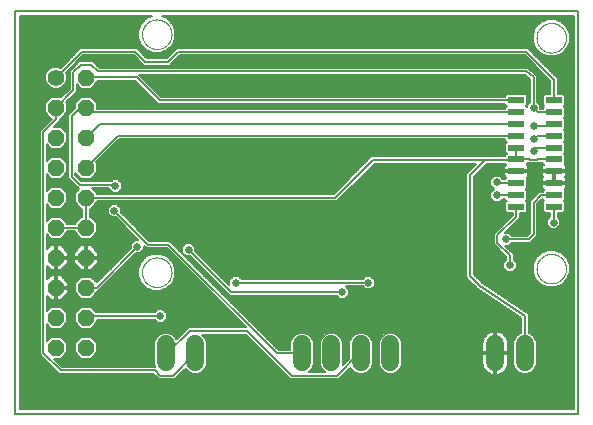
<source format=gtl>
G75*
%MOIN*%
%OFA0B0*%
%FSLAX25Y25*%
%IPPOS*%
%LPD*%
%AMOC8*
5,1,8,0,0,1.08239X$1,22.5*
%
%ADD10C,0.00600*%
%ADD11C,0.00000*%
%ADD12C,0.05600*%
%ADD13OC8,0.05600*%
%ADD14R,0.05400X0.02400*%
%ADD15C,0.06000*%
%ADD16C,0.02578*%
%ADD17C,0.00787*%
D10*
X0001300Y0034623D02*
X0001300Y0168875D01*
X0189095Y0168875D01*
X0189095Y0034623D01*
X0001300Y0034623D01*
X0002900Y0036223D02*
X0002900Y0167275D01*
X0046959Y0167275D01*
X0045020Y0166472D01*
X0043270Y0164722D01*
X0042323Y0162435D01*
X0042323Y0159960D01*
X0043270Y0157674D01*
X0045020Y0155924D01*
X0047307Y0154976D01*
X0049782Y0154976D01*
X0052068Y0155924D01*
X0053818Y0157674D01*
X0054765Y0159960D01*
X0054765Y0162435D01*
X0053818Y0164722D01*
X0052068Y0166472D01*
X0050129Y0167275D01*
X0187495Y0167275D01*
X0187495Y0036223D01*
X0002900Y0036223D01*
X0002900Y0036418D02*
X0187495Y0036418D01*
X0187495Y0037017D02*
X0002900Y0037017D01*
X0002900Y0037615D02*
X0187495Y0037615D01*
X0187495Y0038214D02*
X0002900Y0038214D01*
X0002900Y0038812D02*
X0187495Y0038812D01*
X0187495Y0039411D02*
X0002900Y0039411D01*
X0002900Y0040009D02*
X0187495Y0040009D01*
X0187495Y0040608D02*
X0002900Y0040608D01*
X0002900Y0041206D02*
X0187495Y0041206D01*
X0187495Y0041805D02*
X0002900Y0041805D01*
X0002900Y0042403D02*
X0187495Y0042403D01*
X0187495Y0043002D02*
X0002900Y0043002D01*
X0002900Y0043601D02*
X0187495Y0043601D01*
X0187495Y0044199D02*
X0002900Y0044199D01*
X0002900Y0044798D02*
X0187495Y0044798D01*
X0187495Y0045396D02*
X0002900Y0045396D01*
X0002900Y0045995D02*
X0187495Y0045995D01*
X0187495Y0046593D02*
X0109596Y0046593D01*
X0109825Y0046822D02*
X0113096Y0050094D01*
X0113305Y0049591D01*
X0114402Y0048494D01*
X0115835Y0047900D01*
X0117387Y0047900D01*
X0118820Y0048494D01*
X0119917Y0049591D01*
X0120511Y0051024D01*
X0120511Y0058576D01*
X0119917Y0060009D01*
X0118820Y0061106D01*
X0117387Y0061700D01*
X0115835Y0061700D01*
X0114402Y0061106D01*
X0113305Y0060009D01*
X0112711Y0058576D01*
X0112711Y0053102D01*
X0110668Y0051060D01*
X0110668Y0058576D01*
X0110075Y0060009D01*
X0108978Y0061106D01*
X0107544Y0061700D01*
X0105993Y0061700D01*
X0104559Y0061106D01*
X0103462Y0060009D01*
X0102869Y0058576D01*
X0102869Y0051024D01*
X0103462Y0049591D01*
X0104534Y0048519D01*
X0099160Y0048519D01*
X0100232Y0049591D01*
X0100826Y0051024D01*
X0100826Y0058576D01*
X0100232Y0060009D01*
X0099135Y0061106D01*
X0097702Y0061700D01*
X0096150Y0061700D01*
X0094717Y0061106D01*
X0093620Y0060009D01*
X0093026Y0058576D01*
X0093026Y0056000D01*
X0089149Y0056000D01*
X0052861Y0092288D01*
X0046119Y0092288D01*
X0036560Y0101847D01*
X0036560Y0103246D01*
X0035278Y0104528D01*
X0033464Y0104528D01*
X0032182Y0103246D01*
X0032182Y0101433D01*
X0033464Y0100150D01*
X0034863Y0100150D01*
X0042428Y0092586D01*
X0041207Y0092586D01*
X0039924Y0091303D01*
X0039924Y0089905D01*
X0028481Y0078462D01*
X0026494Y0080449D01*
X0023429Y0080449D01*
X0021261Y0078281D01*
X0021261Y0075216D01*
X0023429Y0073049D01*
X0026494Y0073049D01*
X0028661Y0075216D01*
X0028661Y0075549D01*
X0028962Y0075549D01*
X0029665Y0076252D01*
X0041621Y0088208D01*
X0043020Y0088208D01*
X0044302Y0089490D01*
X0044302Y0090711D01*
X0045125Y0089888D01*
X0051867Y0089888D01*
X0078274Y0063481D01*
X0059096Y0063481D01*
X0058393Y0062778D01*
X0055122Y0059506D01*
X0054913Y0060009D01*
X0053816Y0061106D01*
X0052383Y0061700D01*
X0050831Y0061700D01*
X0049398Y0061106D01*
X0048301Y0060009D01*
X0047707Y0058576D01*
X0047707Y0051024D01*
X0047970Y0050390D01*
X0016963Y0050390D01*
X0014304Y0053049D01*
X0016494Y0053049D01*
X0018661Y0055216D01*
X0018661Y0058281D01*
X0016494Y0060449D01*
X0013429Y0060449D01*
X0011880Y0058900D01*
X0011880Y0064597D01*
X0013429Y0063049D01*
X0016494Y0063049D01*
X0018661Y0065216D01*
X0018661Y0068281D01*
X0016494Y0070449D01*
X0013429Y0070449D01*
X0011880Y0068900D01*
X0011880Y0074032D01*
X0013263Y0072649D01*
X0014661Y0072649D01*
X0014661Y0076449D01*
X0015261Y0076449D01*
X0015261Y0072649D01*
X0016660Y0072649D01*
X0019061Y0075051D01*
X0019061Y0076449D01*
X0015261Y0076449D01*
X0015261Y0077049D01*
X0014661Y0077049D01*
X0014661Y0080849D01*
X0013263Y0080849D01*
X0011880Y0079466D01*
X0011880Y0084032D01*
X0013263Y0082649D01*
X0014661Y0082649D01*
X0014661Y0086449D01*
X0015261Y0086449D01*
X0015261Y0082649D01*
X0016660Y0082649D01*
X0019061Y0085051D01*
X0019061Y0086449D01*
X0015261Y0086449D01*
X0015261Y0087049D01*
X0014661Y0087049D01*
X0014661Y0090849D01*
X0013263Y0090849D01*
X0011880Y0089466D01*
X0011880Y0094597D01*
X0013429Y0093049D01*
X0016494Y0093049D01*
X0018661Y0095216D01*
X0018661Y0095549D01*
X0021261Y0095549D01*
X0021261Y0095216D01*
X0023429Y0093049D01*
X0026494Y0093049D01*
X0028661Y0095216D01*
X0028661Y0098281D01*
X0026494Y0100449D01*
X0026161Y0100449D01*
X0026161Y0103049D01*
X0026494Y0103049D01*
X0028661Y0105216D01*
X0028661Y0105455D01*
X0108608Y0105455D01*
X0121127Y0117975D01*
X0154870Y0117975D01*
X0151581Y0114686D01*
X0151581Y0080150D01*
X0152339Y0079392D01*
X0155229Y0076502D01*
X0155259Y0076356D01*
X0155597Y0076134D01*
X0155882Y0075849D01*
X0156031Y0075849D01*
X0170085Y0066603D01*
X0170085Y0061616D01*
X0169044Y0061185D01*
X0167946Y0060088D01*
X0167353Y0058654D01*
X0167353Y0051103D01*
X0167946Y0049670D01*
X0169044Y0048572D01*
X0170477Y0047979D01*
X0172029Y0047979D01*
X0173462Y0048572D01*
X0174559Y0049670D01*
X0175153Y0051103D01*
X0175153Y0058654D01*
X0174559Y0060088D01*
X0173462Y0061185D01*
X0172672Y0061512D01*
X0172672Y0066913D01*
X0172754Y0067037D01*
X0172672Y0067432D01*
X0172672Y0067836D01*
X0172567Y0067941D01*
X0172537Y0068086D01*
X0172200Y0068308D01*
X0171915Y0068594D01*
X0171766Y0068594D01*
X0157240Y0078151D01*
X0154168Y0081222D01*
X0154168Y0113615D01*
X0158529Y0117975D01*
X0164786Y0117975D01*
X0164786Y0117891D01*
X0164903Y0117773D01*
X0164888Y0117764D01*
X0164646Y0117522D01*
X0164474Y0117226D01*
X0164386Y0116895D01*
X0164386Y0115824D01*
X0168086Y0115824D01*
X0168086Y0115224D01*
X0164386Y0115224D01*
X0164386Y0114153D01*
X0164474Y0113822D01*
X0164646Y0113526D01*
X0164888Y0113284D01*
X0164904Y0113274D01*
X0164786Y0113157D01*
X0164786Y0112784D01*
X0164030Y0112784D01*
X0162837Y0113977D01*
X0161023Y0113977D01*
X0159741Y0112695D01*
X0159741Y0110881D01*
X0161000Y0109623D01*
X0159741Y0108364D01*
X0159741Y0106551D01*
X0161023Y0105269D01*
X0162837Y0105269D01*
X0164012Y0106444D01*
X0164786Y0106444D01*
X0164786Y0106071D01*
X0165183Y0105674D01*
X0164786Y0105277D01*
X0164786Y0102131D01*
X0165313Y0101604D01*
X0167186Y0101604D01*
X0167186Y0100894D01*
X0160909Y0094618D01*
X0160909Y0091163D01*
X0165109Y0086964D01*
X0165109Y0086057D01*
X0164120Y0085068D01*
X0164120Y0083255D01*
X0165402Y0081972D01*
X0167215Y0081972D01*
X0168498Y0083255D01*
X0168498Y0085068D01*
X0167509Y0086057D01*
X0167509Y0087958D01*
X0166806Y0088661D01*
X0164765Y0090702D01*
X0165986Y0090702D01*
X0166975Y0091691D01*
X0173057Y0091691D01*
X0173760Y0092393D01*
X0175335Y0093968D01*
X0175335Y0104598D01*
X0176994Y0106257D01*
X0177386Y0106257D01*
X0177386Y0106071D01*
X0177783Y0105674D01*
X0177386Y0105277D01*
X0177386Y0102131D01*
X0177913Y0101604D01*
X0179786Y0101604D01*
X0179786Y0100456D01*
X0178639Y0099309D01*
X0178639Y0097496D01*
X0179921Y0096213D01*
X0181734Y0096213D01*
X0183017Y0097496D01*
X0183017Y0099309D01*
X0182186Y0100140D01*
X0182186Y0101604D01*
X0184059Y0101604D01*
X0184586Y0102131D01*
X0184586Y0105277D01*
X0184189Y0105674D01*
X0184586Y0106071D01*
X0184586Y0109217D01*
X0184468Y0109334D01*
X0184484Y0109344D01*
X0184726Y0109586D01*
X0184897Y0109882D01*
X0184986Y0110213D01*
X0184986Y0111284D01*
X0181286Y0111284D01*
X0181286Y0111884D01*
X0184986Y0111884D01*
X0184986Y0112955D01*
X0184897Y0113286D01*
X0184742Y0113554D01*
X0184897Y0113822D01*
X0184986Y0114153D01*
X0184986Y0115224D01*
X0181286Y0115224D01*
X0181286Y0115824D01*
X0184986Y0115824D01*
X0184986Y0116895D01*
X0184897Y0117226D01*
X0184726Y0117522D01*
X0184484Y0117764D01*
X0184468Y0117773D01*
X0184586Y0117891D01*
X0184586Y0121037D01*
X0184189Y0121434D01*
X0184586Y0121831D01*
X0184586Y0124977D01*
X0184189Y0125374D01*
X0184586Y0125771D01*
X0184586Y0128916D01*
X0184189Y0129314D01*
X0184586Y0129711D01*
X0184586Y0132857D01*
X0184189Y0133254D01*
X0184586Y0133651D01*
X0184586Y0136796D01*
X0184189Y0137194D01*
X0184586Y0137591D01*
X0184586Y0140737D01*
X0184059Y0141264D01*
X0182186Y0141264D01*
X0182186Y0146527D01*
X0172850Y0155863D01*
X0172147Y0156566D01*
X0055256Y0156566D01*
X0051867Y0153176D01*
X0045222Y0153176D01*
X0042535Y0155863D01*
X0041832Y0156566D01*
X0023082Y0156566D01*
X0016593Y0150078D01*
X0015697Y0150449D01*
X0014225Y0150449D01*
X0012866Y0149886D01*
X0011825Y0148845D01*
X0011261Y0147485D01*
X0011261Y0146013D01*
X0011825Y0144653D01*
X0012866Y0143612D01*
X0014225Y0143049D01*
X0015697Y0143049D01*
X0017057Y0143612D01*
X0018098Y0144653D01*
X0018661Y0146013D01*
X0018661Y0147485D01*
X0018290Y0148381D01*
X0024076Y0154166D01*
X0040838Y0154166D01*
X0044227Y0150776D01*
X0052861Y0150776D01*
X0053564Y0151479D01*
X0056251Y0154166D01*
X0171153Y0154166D01*
X0179786Y0145533D01*
X0179786Y0141264D01*
X0177913Y0141264D01*
X0177386Y0140737D01*
X0177386Y0137591D01*
X0177783Y0137194D01*
X0177386Y0136796D01*
X0177386Y0136424D01*
X0176324Y0136424D01*
X0176324Y0137498D01*
X0175335Y0138487D01*
X0175335Y0146393D01*
X0175375Y0146441D01*
X0175335Y0146882D01*
X0175335Y0147325D01*
X0175290Y0147369D01*
X0175285Y0147431D01*
X0174945Y0147715D01*
X0174632Y0148028D01*
X0174569Y0148028D01*
X0172582Y0149683D01*
X0172269Y0149996D01*
X0172207Y0149996D01*
X0172159Y0150036D01*
X0171718Y0149996D01*
X0029466Y0149996D01*
X0027935Y0151527D01*
X0027232Y0152230D01*
X0022691Y0152230D01*
X0020183Y0149722D01*
X0019480Y0149019D01*
X0019480Y0142965D01*
X0016729Y0140214D01*
X0016494Y0140449D01*
X0013429Y0140449D01*
X0011261Y0138281D01*
X0011261Y0135216D01*
X0013429Y0133049D01*
X0013510Y0133049D01*
X0009480Y0129019D01*
X0009480Y0054478D01*
X0010183Y0053776D01*
X0015266Y0048693D01*
X0015266Y0048693D01*
X0015969Y0047990D01*
X0047383Y0047990D01*
X0048551Y0046822D01*
X0049254Y0046119D01*
X0054466Y0046119D01*
X0058083Y0049736D01*
X0058143Y0049591D01*
X0059240Y0048494D01*
X0060674Y0047900D01*
X0062225Y0047900D01*
X0063659Y0048494D01*
X0064756Y0049591D01*
X0065350Y0051024D01*
X0065350Y0058576D01*
X0064756Y0060009D01*
X0063684Y0061081D01*
X0078155Y0061081D01*
X0092414Y0046822D01*
X0093117Y0046119D01*
X0109122Y0046119D01*
X0109825Y0046822D01*
X0110194Y0047192D02*
X0187495Y0047192D01*
X0187495Y0047790D02*
X0162742Y0047790D01*
X0163061Y0047894D02*
X0163664Y0048201D01*
X0164211Y0048599D01*
X0164690Y0049077D01*
X0165088Y0049625D01*
X0165395Y0050228D01*
X0165604Y0050872D01*
X0165710Y0051540D01*
X0165710Y0054579D01*
X0161710Y0054579D01*
X0161710Y0055179D01*
X0161110Y0055179D01*
X0161110Y0062179D01*
X0161072Y0062179D01*
X0160403Y0062073D01*
X0159760Y0061864D01*
X0159157Y0061556D01*
X0158609Y0061159D01*
X0158130Y0060680D01*
X0157733Y0060132D01*
X0157425Y0059529D01*
X0157216Y0058886D01*
X0157110Y0058217D01*
X0157110Y0055179D01*
X0161110Y0055179D01*
X0161110Y0054579D01*
X0157110Y0054579D01*
X0157110Y0051540D01*
X0157216Y0050872D01*
X0157425Y0050228D01*
X0157733Y0049625D01*
X0158130Y0049077D01*
X0158609Y0048599D01*
X0159157Y0048201D01*
X0159760Y0047894D01*
X0160403Y0047685D01*
X0161072Y0047579D01*
X0161110Y0047579D01*
X0161110Y0054579D01*
X0161710Y0054579D01*
X0161710Y0047579D01*
X0161749Y0047579D01*
X0162417Y0047685D01*
X0163061Y0047894D01*
X0163922Y0048389D02*
X0169488Y0048389D01*
X0168629Y0048987D02*
X0164600Y0048987D01*
X0165059Y0049586D02*
X0168030Y0049586D01*
X0167733Y0050184D02*
X0165373Y0050184D01*
X0165575Y0050783D02*
X0167485Y0050783D01*
X0167353Y0051381D02*
X0165685Y0051381D01*
X0165710Y0051980D02*
X0167353Y0051980D01*
X0167353Y0052578D02*
X0165710Y0052578D01*
X0165710Y0053177D02*
X0167353Y0053177D01*
X0167353Y0053775D02*
X0165710Y0053775D01*
X0165710Y0054374D02*
X0167353Y0054374D01*
X0167353Y0054972D02*
X0161710Y0054972D01*
X0161710Y0055179D02*
X0165710Y0055179D01*
X0165710Y0058217D01*
X0165604Y0058886D01*
X0165395Y0059529D01*
X0165088Y0060132D01*
X0164690Y0060680D01*
X0164211Y0061159D01*
X0163664Y0061556D01*
X0163061Y0061864D01*
X0162417Y0062073D01*
X0161749Y0062179D01*
X0161710Y0062179D01*
X0161710Y0055179D01*
X0161710Y0055571D02*
X0161110Y0055571D01*
X0161110Y0056169D02*
X0161710Y0056169D01*
X0161710Y0056768D02*
X0161110Y0056768D01*
X0161110Y0057366D02*
X0161710Y0057366D01*
X0161710Y0057965D02*
X0161110Y0057965D01*
X0161110Y0058563D02*
X0161710Y0058563D01*
X0161710Y0059162D02*
X0161110Y0059162D01*
X0161110Y0059760D02*
X0161710Y0059760D01*
X0161710Y0060359D02*
X0161110Y0060359D01*
X0161110Y0060957D02*
X0161710Y0060957D01*
X0161710Y0061556D02*
X0161110Y0061556D01*
X0161110Y0062154D02*
X0161710Y0062154D01*
X0161903Y0062154D02*
X0170085Y0062154D01*
X0170085Y0062753D02*
X0082396Y0062753D01*
X0081798Y0063351D02*
X0170085Y0063351D01*
X0170085Y0063950D02*
X0081199Y0063950D01*
X0080601Y0064548D02*
X0170085Y0064548D01*
X0170085Y0065147D02*
X0080002Y0065147D01*
X0079403Y0065745D02*
X0170085Y0065745D01*
X0170085Y0066344D02*
X0078805Y0066344D01*
X0078206Y0066942D02*
X0169568Y0066942D01*
X0168659Y0067541D02*
X0077608Y0067541D01*
X0077009Y0068139D02*
X0167749Y0068139D01*
X0166839Y0068738D02*
X0076411Y0068738D01*
X0075812Y0069336D02*
X0165929Y0069336D01*
X0165020Y0069935D02*
X0075214Y0069935D01*
X0074615Y0070534D02*
X0164110Y0070534D01*
X0163200Y0071132D02*
X0074017Y0071132D01*
X0073418Y0071731D02*
X0162291Y0071731D01*
X0161381Y0072329D02*
X0072820Y0072329D01*
X0072221Y0072928D02*
X0160471Y0072928D01*
X0159561Y0073526D02*
X0111803Y0073526D01*
X0111262Y0072985D02*
X0109448Y0072985D01*
X0108459Y0073974D01*
X0072850Y0073974D01*
X0059666Y0087158D01*
X0058267Y0087158D01*
X0056985Y0088441D01*
X0056985Y0090254D01*
X0058267Y0091536D01*
X0060081Y0091536D01*
X0061363Y0090254D01*
X0061363Y0088855D01*
X0072733Y0077485D01*
X0072733Y0079230D01*
X0074015Y0080513D01*
X0075829Y0080513D01*
X0076818Y0079524D01*
X0117121Y0079524D01*
X0118110Y0080513D01*
X0119923Y0080513D01*
X0121205Y0079230D01*
X0121205Y0077417D01*
X0119923Y0076135D01*
X0118110Y0076135D01*
X0117121Y0077124D01*
X0111501Y0077124D01*
X0112544Y0076081D01*
X0112544Y0074267D01*
X0111262Y0072985D01*
X0112401Y0074125D02*
X0158652Y0074125D01*
X0157742Y0074723D02*
X0112544Y0074723D01*
X0112544Y0075322D02*
X0156832Y0075322D01*
X0155811Y0075920D02*
X0112544Y0075920D01*
X0112106Y0076519D02*
X0117726Y0076519D01*
X0117127Y0077117D02*
X0111508Y0077117D01*
X0110355Y0075174D02*
X0073347Y0075174D01*
X0059174Y0089347D01*
X0057614Y0090883D02*
X0054266Y0090883D01*
X0053667Y0091481D02*
X0058213Y0091481D01*
X0057015Y0090284D02*
X0054865Y0090284D01*
X0055463Y0089686D02*
X0056985Y0089686D01*
X0056985Y0089087D02*
X0056062Y0089087D01*
X0056660Y0088489D02*
X0056985Y0088489D01*
X0057259Y0087890D02*
X0057535Y0087890D01*
X0057857Y0087292D02*
X0058134Y0087292D01*
X0058456Y0086693D02*
X0060131Y0086693D01*
X0060729Y0086095D02*
X0059054Y0086095D01*
X0059653Y0085496D02*
X0061328Y0085496D01*
X0061926Y0084898D02*
X0060251Y0084898D01*
X0060850Y0084299D02*
X0062525Y0084299D01*
X0063123Y0083701D02*
X0061448Y0083701D01*
X0062047Y0083102D02*
X0063722Y0083102D01*
X0064320Y0082504D02*
X0062645Y0082504D01*
X0063244Y0081905D02*
X0064919Y0081905D01*
X0065517Y0081307D02*
X0063842Y0081307D01*
X0064441Y0080708D02*
X0066116Y0080708D01*
X0066715Y0080110D02*
X0065039Y0080110D01*
X0065638Y0079511D02*
X0067313Y0079511D01*
X0067912Y0078913D02*
X0066236Y0078913D01*
X0066835Y0078314D02*
X0068510Y0078314D01*
X0069109Y0077716D02*
X0067433Y0077716D01*
X0068032Y0077117D02*
X0069707Y0077117D01*
X0070306Y0076519D02*
X0068630Y0076519D01*
X0069229Y0075920D02*
X0070904Y0075920D01*
X0071503Y0075322D02*
X0069827Y0075322D01*
X0070426Y0074723D02*
X0072101Y0074723D01*
X0072700Y0074125D02*
X0071024Y0074125D01*
X0071623Y0073526D02*
X0108907Y0073526D01*
X0117707Y0080110D02*
X0076232Y0080110D01*
X0074922Y0078324D02*
X0119017Y0078324D01*
X0121205Y0078314D02*
X0153417Y0078314D01*
X0154015Y0077716D02*
X0121205Y0077716D01*
X0120906Y0077117D02*
X0154614Y0077117D01*
X0155212Y0076519D02*
X0120307Y0076519D01*
X0121205Y0078913D02*
X0152818Y0078913D01*
X0152220Y0079511D02*
X0120925Y0079511D01*
X0120326Y0080110D02*
X0151621Y0080110D01*
X0151581Y0080708D02*
X0069510Y0080708D01*
X0070109Y0080110D02*
X0073612Y0080110D01*
X0073014Y0079511D02*
X0070707Y0079511D01*
X0071306Y0078913D02*
X0072733Y0078913D01*
X0072733Y0078314D02*
X0071904Y0078314D01*
X0072503Y0077716D02*
X0072733Y0077716D01*
X0068912Y0081307D02*
X0151581Y0081307D01*
X0151581Y0081905D02*
X0068313Y0081905D01*
X0067715Y0082504D02*
X0151581Y0082504D01*
X0151581Y0083102D02*
X0067116Y0083102D01*
X0066518Y0083701D02*
X0151581Y0083701D01*
X0151581Y0084299D02*
X0065919Y0084299D01*
X0065321Y0084898D02*
X0151581Y0084898D01*
X0151581Y0085496D02*
X0064722Y0085496D01*
X0064123Y0086095D02*
X0151581Y0086095D01*
X0151581Y0086693D02*
X0063525Y0086693D01*
X0062926Y0087292D02*
X0151581Y0087292D01*
X0151581Y0087890D02*
X0062328Y0087890D01*
X0061729Y0088489D02*
X0151581Y0088489D01*
X0151581Y0089087D02*
X0061363Y0089087D01*
X0061363Y0089686D02*
X0151581Y0089686D01*
X0151581Y0090284D02*
X0061333Y0090284D01*
X0060734Y0090883D02*
X0151581Y0090883D01*
X0151581Y0091481D02*
X0060136Y0091481D01*
X0055061Y0086693D02*
X0052516Y0086693D01*
X0052068Y0087141D02*
X0049782Y0088088D01*
X0047307Y0088088D01*
X0045020Y0087141D01*
X0043270Y0085391D01*
X0042323Y0083104D01*
X0042323Y0080629D01*
X0043270Y0078343D01*
X0045020Y0076593D01*
X0047307Y0075646D01*
X0049782Y0075646D01*
X0052068Y0076593D01*
X0053818Y0078343D01*
X0054765Y0080629D01*
X0054765Y0083104D01*
X0053818Y0085391D01*
X0052068Y0087141D01*
X0051704Y0087292D02*
X0054463Y0087292D01*
X0053864Y0087890D02*
X0050259Y0087890D01*
X0052069Y0089686D02*
X0044302Y0089686D01*
X0044302Y0090284D02*
X0044729Y0090284D01*
X0045622Y0091088D02*
X0052364Y0091088D01*
X0088652Y0054800D01*
X0096926Y0054800D01*
X0100826Y0054972D02*
X0102869Y0054972D01*
X0102869Y0054374D02*
X0100826Y0054374D01*
X0100826Y0053775D02*
X0102869Y0053775D01*
X0102869Y0053177D02*
X0100826Y0053177D01*
X0100826Y0052578D02*
X0102869Y0052578D01*
X0102869Y0051980D02*
X0100826Y0051980D01*
X0100826Y0051381D02*
X0102869Y0051381D01*
X0102969Y0050783D02*
X0100726Y0050783D01*
X0100478Y0050184D02*
X0103216Y0050184D01*
X0103467Y0049586D02*
X0100227Y0049586D01*
X0099629Y0048987D02*
X0104066Y0048987D01*
X0108625Y0047319D02*
X0093614Y0047319D01*
X0078652Y0062281D01*
X0059593Y0062281D01*
X0052112Y0054800D01*
X0051607Y0054800D01*
X0047707Y0054972D02*
X0028417Y0054972D01*
X0028661Y0055216D02*
X0026494Y0053049D01*
X0023429Y0053049D01*
X0021261Y0055216D01*
X0021261Y0058281D01*
X0023429Y0060449D01*
X0026494Y0060449D01*
X0028661Y0058281D01*
X0028661Y0055216D01*
X0028661Y0055571D02*
X0047707Y0055571D01*
X0047707Y0056169D02*
X0028661Y0056169D01*
X0028661Y0056768D02*
X0047707Y0056768D01*
X0047707Y0057366D02*
X0028661Y0057366D01*
X0028661Y0057965D02*
X0047707Y0057965D01*
X0047707Y0058563D02*
X0028380Y0058563D01*
X0027781Y0059162D02*
X0047950Y0059162D01*
X0048198Y0059760D02*
X0027182Y0059760D01*
X0026584Y0060359D02*
X0048650Y0060359D01*
X0049249Y0060957D02*
X0011880Y0060957D01*
X0011880Y0060359D02*
X0013339Y0060359D01*
X0012740Y0059760D02*
X0011880Y0059760D01*
X0011880Y0059162D02*
X0012142Y0059162D01*
X0011880Y0061556D02*
X0050483Y0061556D01*
X0052731Y0061556D02*
X0057171Y0061556D01*
X0057770Y0062154D02*
X0011880Y0062154D01*
X0011880Y0062753D02*
X0058368Y0062753D01*
X0058967Y0063351D02*
X0026797Y0063351D01*
X0026494Y0063049D02*
X0028661Y0065216D01*
X0028661Y0066100D01*
X0047830Y0066100D01*
X0048818Y0065111D01*
X0050632Y0065111D01*
X0051914Y0066393D01*
X0051914Y0068207D01*
X0050632Y0069489D01*
X0048818Y0069489D01*
X0047830Y0068500D01*
X0028443Y0068500D01*
X0026494Y0070449D01*
X0023429Y0070449D01*
X0021261Y0068281D01*
X0021261Y0065216D01*
X0023429Y0063049D01*
X0026494Y0063049D01*
X0027395Y0063950D02*
X0077805Y0063950D01*
X0077206Y0064548D02*
X0027994Y0064548D01*
X0028592Y0065147D02*
X0048783Y0065147D01*
X0048184Y0065745D02*
X0028661Y0065745D01*
X0028205Y0068738D02*
X0048068Y0068738D01*
X0048666Y0069336D02*
X0027606Y0069336D01*
X0027008Y0069935D02*
X0071820Y0069935D01*
X0072418Y0069336D02*
X0050784Y0069336D01*
X0051383Y0068738D02*
X0073017Y0068738D01*
X0073615Y0068139D02*
X0051914Y0068139D01*
X0051914Y0067541D02*
X0074214Y0067541D01*
X0074812Y0066942D02*
X0051914Y0066942D01*
X0051865Y0066344D02*
X0075411Y0066344D01*
X0076009Y0065745D02*
X0051266Y0065745D01*
X0050668Y0065147D02*
X0076608Y0065147D01*
X0078279Y0060957D02*
X0063808Y0060957D01*
X0064406Y0060359D02*
X0078877Y0060359D01*
X0079476Y0059760D02*
X0064859Y0059760D01*
X0065107Y0059162D02*
X0080074Y0059162D01*
X0080673Y0058563D02*
X0065350Y0058563D01*
X0065350Y0057965D02*
X0081271Y0057965D01*
X0081870Y0057366D02*
X0065350Y0057366D01*
X0065350Y0056768D02*
X0082468Y0056768D01*
X0083067Y0056169D02*
X0065350Y0056169D01*
X0065350Y0055571D02*
X0083665Y0055571D01*
X0084264Y0054972D02*
X0065350Y0054972D01*
X0065350Y0054374D02*
X0084862Y0054374D01*
X0085461Y0053775D02*
X0065350Y0053775D01*
X0065350Y0053177D02*
X0086059Y0053177D01*
X0086658Y0052578D02*
X0065350Y0052578D01*
X0065350Y0051980D02*
X0087256Y0051980D01*
X0087855Y0051381D02*
X0065350Y0051381D01*
X0065250Y0050783D02*
X0088453Y0050783D01*
X0089052Y0050184D02*
X0065002Y0050184D01*
X0064751Y0049586D02*
X0089650Y0049586D01*
X0090249Y0048987D02*
X0064152Y0048987D01*
X0063405Y0048389D02*
X0090847Y0048389D01*
X0091446Y0047790D02*
X0056137Y0047790D01*
X0056735Y0048389D02*
X0059494Y0048389D01*
X0058747Y0048987D02*
X0057334Y0048987D01*
X0057932Y0049586D02*
X0058149Y0049586D01*
X0055538Y0047192D02*
X0092044Y0047192D01*
X0092643Y0046593D02*
X0054940Y0046593D01*
X0053969Y0047319D02*
X0061450Y0054800D01*
X0055974Y0060359D02*
X0054564Y0060359D01*
X0055016Y0059760D02*
X0055376Y0059760D01*
X0056573Y0060957D02*
X0053965Y0060957D01*
X0049725Y0067300D02*
X0025513Y0067300D01*
X0024961Y0066749D01*
X0022317Y0069336D02*
X0017606Y0069336D01*
X0018205Y0068738D02*
X0021718Y0068738D01*
X0021261Y0068139D02*
X0018661Y0068139D01*
X0018661Y0067541D02*
X0021261Y0067541D01*
X0021261Y0066942D02*
X0018661Y0066942D01*
X0018661Y0066344D02*
X0021261Y0066344D01*
X0021261Y0065745D02*
X0018661Y0065745D01*
X0018592Y0065147D02*
X0021331Y0065147D01*
X0021929Y0064548D02*
X0017994Y0064548D01*
X0017395Y0063950D02*
X0022528Y0063950D01*
X0023126Y0063351D02*
X0016797Y0063351D01*
X0016584Y0060359D02*
X0023339Y0060359D01*
X0022740Y0059760D02*
X0017182Y0059760D01*
X0017781Y0059162D02*
X0022142Y0059162D01*
X0021543Y0058563D02*
X0018380Y0058563D01*
X0018661Y0057965D02*
X0021261Y0057965D01*
X0021261Y0057366D02*
X0018661Y0057366D01*
X0018661Y0056768D02*
X0021261Y0056768D01*
X0021261Y0056169D02*
X0018661Y0056169D01*
X0018661Y0055571D02*
X0021261Y0055571D01*
X0021505Y0054972D02*
X0018417Y0054972D01*
X0017819Y0054374D02*
X0022104Y0054374D01*
X0022702Y0053775D02*
X0017220Y0053775D01*
X0016622Y0053177D02*
X0023301Y0053177D01*
X0026622Y0053177D02*
X0047707Y0053177D01*
X0047707Y0053775D02*
X0027220Y0053775D01*
X0027819Y0054374D02*
X0047707Y0054374D01*
X0047707Y0052578D02*
X0014775Y0052578D01*
X0015373Y0051980D02*
X0047707Y0051980D01*
X0047707Y0051381D02*
X0015972Y0051381D01*
X0016570Y0050783D02*
X0047807Y0050783D01*
X0047880Y0049190D02*
X0016466Y0049190D01*
X0010680Y0054976D01*
X0010680Y0128522D01*
X0014961Y0132803D01*
X0014961Y0136749D01*
X0020680Y0142468D01*
X0020680Y0148522D01*
X0023188Y0151030D01*
X0026735Y0151030D01*
X0028969Y0148796D01*
X0171772Y0148796D01*
X0174135Y0146828D01*
X0174135Y0136591D01*
X0175502Y0135224D01*
X0180986Y0135224D01*
X0177558Y0136968D02*
X0176324Y0136968D01*
X0176255Y0137567D02*
X0177410Y0137567D01*
X0177386Y0138165D02*
X0175656Y0138165D01*
X0175335Y0138764D02*
X0177386Y0138764D01*
X0177386Y0139362D02*
X0175335Y0139362D01*
X0175335Y0139961D02*
X0177386Y0139961D01*
X0177386Y0140559D02*
X0175335Y0140559D01*
X0175335Y0141158D02*
X0177807Y0141158D01*
X0179786Y0141756D02*
X0175335Y0141756D01*
X0175335Y0142355D02*
X0179786Y0142355D01*
X0179786Y0142953D02*
X0175335Y0142953D01*
X0175335Y0143552D02*
X0179786Y0143552D01*
X0179786Y0144150D02*
X0175335Y0144150D01*
X0175335Y0144749D02*
X0179786Y0144749D01*
X0179786Y0145347D02*
X0175335Y0145347D01*
X0175335Y0145946D02*
X0179373Y0145946D01*
X0178774Y0146544D02*
X0175365Y0146544D01*
X0175335Y0147143D02*
X0178176Y0147143D01*
X0177577Y0147741D02*
X0174918Y0147741D01*
X0174194Y0148340D02*
X0176979Y0148340D01*
X0176380Y0148938D02*
X0173476Y0148938D01*
X0172758Y0149537D02*
X0175782Y0149537D01*
X0175183Y0150136D02*
X0029326Y0150136D01*
X0028728Y0150734D02*
X0174585Y0150734D01*
X0173986Y0151333D02*
X0053417Y0151333D01*
X0054015Y0151931D02*
X0173388Y0151931D01*
X0172789Y0152530D02*
X0054614Y0152530D01*
X0055212Y0153128D02*
X0172191Y0153128D01*
X0171592Y0153727D02*
X0055811Y0153727D01*
X0055753Y0155366D02*
X0052364Y0151976D01*
X0044725Y0151976D01*
X0041335Y0155366D01*
X0023579Y0155366D01*
X0014961Y0146749D01*
X0012517Y0149537D02*
X0002900Y0149537D01*
X0002900Y0148938D02*
X0011919Y0148938D01*
X0011616Y0148340D02*
X0002900Y0148340D01*
X0002900Y0147741D02*
X0011368Y0147741D01*
X0011261Y0147143D02*
X0002900Y0147143D01*
X0002900Y0146544D02*
X0011261Y0146544D01*
X0011289Y0145946D02*
X0002900Y0145946D01*
X0002900Y0145347D02*
X0011537Y0145347D01*
X0011785Y0144749D02*
X0002900Y0144749D01*
X0002900Y0144150D02*
X0012327Y0144150D01*
X0013011Y0143552D02*
X0002900Y0143552D01*
X0002900Y0142953D02*
X0019469Y0142953D01*
X0019480Y0143552D02*
X0016912Y0143552D01*
X0017596Y0144150D02*
X0019480Y0144150D01*
X0019480Y0144749D02*
X0018138Y0144749D01*
X0018386Y0145347D02*
X0019480Y0145347D01*
X0019480Y0145946D02*
X0018634Y0145946D01*
X0018661Y0146544D02*
X0019480Y0146544D01*
X0019480Y0147143D02*
X0018661Y0147143D01*
X0018555Y0147741D02*
X0019480Y0147741D01*
X0019480Y0148340D02*
X0018307Y0148340D01*
X0018848Y0148938D02*
X0019480Y0148938D01*
X0019447Y0149537D02*
X0019998Y0149537D01*
X0020045Y0150136D02*
X0020597Y0150136D01*
X0020644Y0150734D02*
X0021195Y0150734D01*
X0021242Y0151333D02*
X0021794Y0151333D01*
X0021841Y0151931D02*
X0022392Y0151931D01*
X0022439Y0152530D02*
X0042474Y0152530D01*
X0041876Y0153128D02*
X0023038Y0153128D01*
X0023636Y0153727D02*
X0041277Y0153727D01*
X0042876Y0155522D02*
X0045989Y0155522D01*
X0044823Y0156121D02*
X0042277Y0156121D01*
X0043474Y0154924D02*
X0053614Y0154924D01*
X0054212Y0155522D02*
X0051099Y0155522D01*
X0052265Y0156121D02*
X0054811Y0156121D01*
X0055753Y0155366D02*
X0171650Y0155366D01*
X0180986Y0146030D01*
X0180986Y0139164D01*
X0182186Y0141756D02*
X0187495Y0141756D01*
X0187495Y0141158D02*
X0184165Y0141158D01*
X0184586Y0140559D02*
X0187495Y0140559D01*
X0187495Y0139961D02*
X0184586Y0139961D01*
X0184586Y0139362D02*
X0187495Y0139362D01*
X0187495Y0138764D02*
X0184586Y0138764D01*
X0184586Y0138165D02*
X0187495Y0138165D01*
X0187495Y0137567D02*
X0184562Y0137567D01*
X0184414Y0136968D02*
X0187495Y0136968D01*
X0187495Y0136370D02*
X0184586Y0136370D01*
X0184586Y0135771D02*
X0187495Y0135771D01*
X0187495Y0135173D02*
X0184586Y0135173D01*
X0184586Y0134574D02*
X0187495Y0134574D01*
X0187495Y0133976D02*
X0184586Y0133976D01*
X0184312Y0133377D02*
X0187495Y0133377D01*
X0187495Y0132779D02*
X0184586Y0132779D01*
X0184586Y0132180D02*
X0187495Y0132180D01*
X0187495Y0131582D02*
X0184586Y0131582D01*
X0184586Y0130983D02*
X0187495Y0130983D01*
X0187495Y0130385D02*
X0184586Y0130385D01*
X0184586Y0129786D02*
X0187495Y0129786D01*
X0187495Y0129188D02*
X0184315Y0129188D01*
X0184586Y0128589D02*
X0187495Y0128589D01*
X0187495Y0127991D02*
X0184586Y0127991D01*
X0184586Y0127392D02*
X0187495Y0127392D01*
X0187495Y0126794D02*
X0184586Y0126794D01*
X0184586Y0126195D02*
X0187495Y0126195D01*
X0187495Y0125597D02*
X0184411Y0125597D01*
X0184564Y0124998D02*
X0187495Y0124998D01*
X0187495Y0124400D02*
X0184586Y0124400D01*
X0184586Y0123801D02*
X0187495Y0123801D01*
X0187495Y0123203D02*
X0184586Y0123203D01*
X0184586Y0122604D02*
X0187495Y0122604D01*
X0187495Y0122005D02*
X0184586Y0122005D01*
X0184215Y0121407D02*
X0187495Y0121407D01*
X0187495Y0120808D02*
X0184586Y0120808D01*
X0184586Y0120210D02*
X0187495Y0120210D01*
X0187495Y0119611D02*
X0184586Y0119611D01*
X0184586Y0119013D02*
X0187495Y0119013D01*
X0187495Y0118414D02*
X0184586Y0118414D01*
X0184511Y0117816D02*
X0187495Y0117816D01*
X0187495Y0117217D02*
X0184899Y0117217D01*
X0184986Y0116619D02*
X0187495Y0116619D01*
X0187495Y0116020D02*
X0184986Y0116020D01*
X0184986Y0114823D02*
X0187495Y0114823D01*
X0187495Y0114225D02*
X0184986Y0114225D01*
X0184784Y0113626D02*
X0187495Y0113626D01*
X0187495Y0113028D02*
X0184966Y0113028D01*
X0184986Y0112429D02*
X0187495Y0112429D01*
X0187495Y0111831D02*
X0181286Y0111831D01*
X0181286Y0111884D02*
X0180686Y0111884D01*
X0180686Y0114084D01*
X0180686Y0115224D01*
X0181286Y0115224D01*
X0181286Y0111884D01*
X0181286Y0112429D02*
X0180686Y0112429D01*
X0180686Y0111884D02*
X0180686Y0111284D01*
X0176986Y0111284D01*
X0176986Y0110213D01*
X0177074Y0109882D01*
X0177246Y0109586D01*
X0177488Y0109344D01*
X0177503Y0109334D01*
X0177386Y0109217D01*
X0177386Y0108657D01*
X0176000Y0108657D01*
X0173638Y0106295D01*
X0172935Y0105592D01*
X0172935Y0094962D01*
X0172063Y0094091D01*
X0166975Y0094091D01*
X0165986Y0095080D01*
X0164765Y0095080D01*
X0169586Y0099900D01*
X0169586Y0100894D01*
X0169586Y0101604D01*
X0171459Y0101604D01*
X0171986Y0102131D01*
X0171986Y0105277D01*
X0171589Y0105674D01*
X0171986Y0106071D01*
X0171986Y0109217D01*
X0171589Y0109614D01*
X0171986Y0110011D01*
X0171986Y0113157D01*
X0171868Y0113274D01*
X0171884Y0113284D01*
X0172126Y0113526D01*
X0172297Y0113822D01*
X0172386Y0114153D01*
X0172386Y0115224D01*
X0168686Y0115224D01*
X0168686Y0115824D01*
X0172386Y0115824D01*
X0172386Y0116895D01*
X0172297Y0117226D01*
X0172126Y0117522D01*
X0171884Y0117764D01*
X0171868Y0117773D01*
X0171986Y0117891D01*
X0171986Y0118264D01*
X0172392Y0118264D01*
X0172407Y0118248D01*
X0175862Y0118248D01*
X0175878Y0118264D01*
X0177386Y0118264D01*
X0177386Y0117891D01*
X0177503Y0117773D01*
X0177488Y0117764D01*
X0177246Y0117522D01*
X0177074Y0117226D01*
X0176986Y0116895D01*
X0176986Y0115824D01*
X0180686Y0115824D01*
X0180686Y0115224D01*
X0176986Y0115224D01*
X0176986Y0114153D01*
X0177074Y0113822D01*
X0177229Y0113554D01*
X0177074Y0113286D01*
X0176986Y0112955D01*
X0176986Y0111884D01*
X0180686Y0111884D01*
X0180686Y0111831D02*
X0171986Y0111831D01*
X0171986Y0112429D02*
X0176986Y0112429D01*
X0177005Y0113028D02*
X0171986Y0113028D01*
X0172184Y0113626D02*
X0177188Y0113626D01*
X0176986Y0114225D02*
X0172386Y0114225D01*
X0172386Y0114823D02*
X0176986Y0114823D01*
X0176986Y0116020D02*
X0172386Y0116020D01*
X0172386Y0116619D02*
X0176986Y0116619D01*
X0177072Y0117217D02*
X0172299Y0117217D01*
X0171911Y0117816D02*
X0177461Y0117816D01*
X0175381Y0119464D02*
X0175365Y0119448D01*
X0172904Y0119448D01*
X0172889Y0119464D01*
X0168386Y0119464D01*
X0168191Y0119269D01*
X0164861Y0117816D02*
X0158370Y0117816D01*
X0157771Y0117217D02*
X0164472Y0117217D01*
X0164386Y0116619D02*
X0157173Y0116619D01*
X0156574Y0116020D02*
X0164386Y0116020D01*
X0164386Y0114823D02*
X0155377Y0114823D01*
X0154779Y0114225D02*
X0164386Y0114225D01*
X0164588Y0113626D02*
X0163187Y0113626D01*
X0163786Y0113028D02*
X0164786Y0113028D01*
X0162134Y0111584D02*
X0161930Y0111788D01*
X0162134Y0111584D02*
X0168386Y0111584D01*
X0171986Y0111232D02*
X0176986Y0111232D01*
X0176986Y0110634D02*
X0171986Y0110634D01*
X0171986Y0110035D02*
X0177033Y0110035D01*
X0177394Y0109437D02*
X0171766Y0109437D01*
X0171986Y0108838D02*
X0177386Y0108838D01*
X0176497Y0107457D02*
X0174135Y0105095D01*
X0174135Y0094465D01*
X0172560Y0092891D01*
X0165080Y0092891D01*
X0166592Y0094474D02*
X0172446Y0094474D01*
X0172935Y0095072D02*
X0165993Y0095072D01*
X0165357Y0095671D02*
X0172935Y0095671D01*
X0172935Y0096270D02*
X0165955Y0096270D01*
X0166554Y0096868D02*
X0172935Y0096868D01*
X0172935Y0097467D02*
X0167152Y0097467D01*
X0167751Y0098065D02*
X0172935Y0098065D01*
X0172935Y0098664D02*
X0168349Y0098664D01*
X0168948Y0099262D02*
X0172935Y0099262D01*
X0172935Y0099861D02*
X0169546Y0099861D01*
X0169586Y0100459D02*
X0172935Y0100459D01*
X0172935Y0101058D02*
X0169586Y0101058D01*
X0168386Y0100397D02*
X0162109Y0094121D01*
X0162109Y0091660D01*
X0166309Y0087461D01*
X0166309Y0084161D01*
X0168498Y0084299D02*
X0173825Y0084299D01*
X0173819Y0084286D02*
X0173819Y0081811D01*
X0174766Y0079524D01*
X0176516Y0077774D01*
X0178803Y0076827D01*
X0181278Y0076827D01*
X0183564Y0077774D01*
X0185314Y0079524D01*
X0186261Y0081811D01*
X0186261Y0084286D01*
X0185314Y0086572D01*
X0183564Y0088322D01*
X0181278Y0089269D01*
X0178803Y0089269D01*
X0176516Y0088322D01*
X0174766Y0086572D01*
X0173819Y0084286D01*
X0173819Y0083701D02*
X0168498Y0083701D01*
X0168345Y0083102D02*
X0173819Y0083102D01*
X0173819Y0082504D02*
X0167747Y0082504D01*
X0168498Y0084898D02*
X0174073Y0084898D01*
X0174320Y0085496D02*
X0168069Y0085496D01*
X0167509Y0086095D02*
X0174568Y0086095D01*
X0174887Y0086693D02*
X0167509Y0086693D01*
X0167509Y0087292D02*
X0175486Y0087292D01*
X0176084Y0087890D02*
X0167509Y0087890D01*
X0166978Y0088489D02*
X0176919Y0088489D01*
X0178363Y0089087D02*
X0166379Y0089087D01*
X0165781Y0089686D02*
X0187495Y0089686D01*
X0187495Y0090284D02*
X0165182Y0090284D01*
X0166168Y0090883D02*
X0187495Y0090883D01*
X0187495Y0091481D02*
X0166766Y0091481D01*
X0163584Y0088489D02*
X0154168Y0088489D01*
X0154168Y0089087D02*
X0162985Y0089087D01*
X0162387Y0089686D02*
X0154168Y0089686D01*
X0154168Y0090284D02*
X0161788Y0090284D01*
X0161190Y0090883D02*
X0154168Y0090883D01*
X0154168Y0091481D02*
X0160909Y0091481D01*
X0160909Y0092080D02*
X0154168Y0092080D01*
X0154168Y0092678D02*
X0160909Y0092678D01*
X0160909Y0093277D02*
X0154168Y0093277D01*
X0154168Y0093875D02*
X0160909Y0093875D01*
X0160909Y0094474D02*
X0154168Y0094474D01*
X0154168Y0095072D02*
X0161364Y0095072D01*
X0161963Y0095671D02*
X0154168Y0095671D01*
X0154168Y0096270D02*
X0162561Y0096270D01*
X0163160Y0096868D02*
X0154168Y0096868D01*
X0154168Y0097467D02*
X0163758Y0097467D01*
X0164357Y0098065D02*
X0154168Y0098065D01*
X0154168Y0098664D02*
X0164955Y0098664D01*
X0165554Y0099262D02*
X0154168Y0099262D01*
X0154168Y0099861D02*
X0166152Y0099861D01*
X0166751Y0100459D02*
X0154168Y0100459D01*
X0154168Y0101058D02*
X0167186Y0101058D01*
X0168386Y0100397D02*
X0168386Y0103704D01*
X0171986Y0103452D02*
X0172935Y0103452D01*
X0172935Y0104050D02*
X0171986Y0104050D01*
X0171986Y0104649D02*
X0172935Y0104649D01*
X0172935Y0105247D02*
X0171986Y0105247D01*
X0171760Y0105846D02*
X0173188Y0105846D01*
X0173787Y0106444D02*
X0171986Y0106444D01*
X0171986Y0107043D02*
X0174385Y0107043D01*
X0174984Y0107641D02*
X0171986Y0107641D01*
X0171986Y0108240D02*
X0175582Y0108240D01*
X0176497Y0107457D02*
X0180799Y0107457D01*
X0180986Y0107644D01*
X0177611Y0105846D02*
X0176582Y0105846D01*
X0175984Y0105247D02*
X0177386Y0105247D01*
X0177386Y0104649D02*
X0175385Y0104649D01*
X0175335Y0104050D02*
X0177386Y0104050D01*
X0177386Y0103452D02*
X0175335Y0103452D01*
X0175335Y0102853D02*
X0177386Y0102853D01*
X0177386Y0102255D02*
X0175335Y0102255D01*
X0175335Y0101656D02*
X0177861Y0101656D01*
X0179786Y0101058D02*
X0175335Y0101058D01*
X0175335Y0100459D02*
X0179786Y0100459D01*
X0179190Y0099861D02*
X0175335Y0099861D01*
X0175335Y0099262D02*
X0178639Y0099262D01*
X0178639Y0098664D02*
X0175335Y0098664D01*
X0175335Y0098065D02*
X0178639Y0098065D01*
X0178668Y0097467D02*
X0175335Y0097467D01*
X0175335Y0096868D02*
X0179266Y0096868D01*
X0179865Y0096270D02*
X0175335Y0096270D01*
X0175335Y0095671D02*
X0187495Y0095671D01*
X0187495Y0096270D02*
X0181790Y0096270D01*
X0182389Y0096868D02*
X0187495Y0096868D01*
X0187495Y0097467D02*
X0182987Y0097467D01*
X0183017Y0098065D02*
X0187495Y0098065D01*
X0187495Y0098664D02*
X0183017Y0098664D01*
X0183017Y0099262D02*
X0187495Y0099262D01*
X0187495Y0099861D02*
X0182465Y0099861D01*
X0182186Y0100459D02*
X0187495Y0100459D01*
X0187495Y0101058D02*
X0182186Y0101058D01*
X0184111Y0101656D02*
X0187495Y0101656D01*
X0187495Y0102255D02*
X0184586Y0102255D01*
X0184586Y0102853D02*
X0187495Y0102853D01*
X0187495Y0103452D02*
X0184586Y0103452D01*
X0184586Y0104050D02*
X0187495Y0104050D01*
X0187495Y0104649D02*
X0184586Y0104649D01*
X0184586Y0105247D02*
X0187495Y0105247D01*
X0187495Y0105846D02*
X0184360Y0105846D01*
X0184586Y0106444D02*
X0187495Y0106444D01*
X0187495Y0107043D02*
X0184586Y0107043D01*
X0184586Y0107641D02*
X0187495Y0107641D01*
X0187495Y0108240D02*
X0184586Y0108240D01*
X0184586Y0108838D02*
X0187495Y0108838D01*
X0187495Y0109437D02*
X0184577Y0109437D01*
X0184938Y0110035D02*
X0187495Y0110035D01*
X0187495Y0110634D02*
X0184986Y0110634D01*
X0184986Y0111232D02*
X0187495Y0111232D01*
X0187495Y0115422D02*
X0181286Y0115422D01*
X0181286Y0114823D02*
X0180686Y0114823D01*
X0180686Y0114225D02*
X0181286Y0114225D01*
X0181286Y0113626D02*
X0180686Y0113626D01*
X0180686Y0113028D02*
X0181286Y0113028D01*
X0180686Y0115422D02*
X0168686Y0115422D01*
X0168086Y0115422D02*
X0155976Y0115422D01*
X0154180Y0113626D02*
X0160672Y0113626D01*
X0160074Y0113028D02*
X0154168Y0113028D01*
X0154168Y0112429D02*
X0159741Y0112429D01*
X0159741Y0111831D02*
X0154168Y0111831D01*
X0154168Y0111232D02*
X0159741Y0111232D01*
X0159989Y0110634D02*
X0154168Y0110634D01*
X0154168Y0110035D02*
X0160587Y0110035D01*
X0160814Y0109437D02*
X0154168Y0109437D01*
X0154168Y0108838D02*
X0160215Y0108838D01*
X0159741Y0108240D02*
X0154168Y0108240D01*
X0154168Y0107641D02*
X0159741Y0107641D01*
X0159741Y0107043D02*
X0154168Y0107043D01*
X0154168Y0106444D02*
X0159848Y0106444D01*
X0160446Y0105846D02*
X0154168Y0105846D01*
X0154168Y0105247D02*
X0164786Y0105247D01*
X0164786Y0104649D02*
X0154168Y0104649D01*
X0154168Y0104050D02*
X0164786Y0104050D01*
X0164786Y0103452D02*
X0154168Y0103452D01*
X0154168Y0102853D02*
X0164786Y0102853D01*
X0164786Y0102255D02*
X0154168Y0102255D01*
X0154168Y0101656D02*
X0165261Y0101656D01*
X0165011Y0105846D02*
X0163414Y0105846D01*
X0161930Y0107457D02*
X0162117Y0107644D01*
X0168386Y0107644D01*
X0171986Y0102853D02*
X0172935Y0102853D01*
X0172935Y0102255D02*
X0171986Y0102255D01*
X0171511Y0101656D02*
X0172935Y0101656D01*
X0175335Y0095072D02*
X0187495Y0095072D01*
X0187495Y0094474D02*
X0175335Y0094474D01*
X0175242Y0093875D02*
X0187495Y0093875D01*
X0187495Y0093277D02*
X0174643Y0093277D01*
X0174045Y0092678D02*
X0187495Y0092678D01*
X0187495Y0092080D02*
X0173446Y0092080D01*
X0180986Y0098167D02*
X0180828Y0098402D01*
X0180986Y0098167D02*
X0180986Y0103704D01*
X0181717Y0089087D02*
X0187495Y0089087D01*
X0187495Y0088489D02*
X0183162Y0088489D01*
X0183996Y0087890D02*
X0187495Y0087890D01*
X0187495Y0087292D02*
X0184595Y0087292D01*
X0185193Y0086693D02*
X0187495Y0086693D01*
X0187495Y0086095D02*
X0185512Y0086095D01*
X0185760Y0085496D02*
X0187495Y0085496D01*
X0187495Y0084898D02*
X0186008Y0084898D01*
X0186256Y0084299D02*
X0187495Y0084299D01*
X0187495Y0083701D02*
X0186261Y0083701D01*
X0186261Y0083102D02*
X0187495Y0083102D01*
X0187495Y0082504D02*
X0186261Y0082504D01*
X0186261Y0081905D02*
X0187495Y0081905D01*
X0187495Y0081307D02*
X0186053Y0081307D01*
X0185805Y0080708D02*
X0187495Y0080708D01*
X0187495Y0080110D02*
X0185557Y0080110D01*
X0185301Y0079511D02*
X0187495Y0079511D01*
X0187495Y0078913D02*
X0184703Y0078913D01*
X0184104Y0078314D02*
X0187495Y0078314D01*
X0187495Y0077716D02*
X0183424Y0077716D01*
X0181979Y0077117D02*
X0187495Y0077117D01*
X0187495Y0076519D02*
X0159720Y0076519D01*
X0158810Y0077117D02*
X0178102Y0077117D01*
X0176657Y0077716D02*
X0157901Y0077716D01*
X0157076Y0078314D02*
X0175976Y0078314D01*
X0175377Y0078913D02*
X0156478Y0078913D01*
X0155879Y0079511D02*
X0174779Y0079511D01*
X0174523Y0080110D02*
X0155280Y0080110D01*
X0154682Y0080708D02*
X0174275Y0080708D01*
X0174028Y0081307D02*
X0154168Y0081307D01*
X0154168Y0081905D02*
X0173819Y0081905D01*
X0164871Y0082504D02*
X0154168Y0082504D01*
X0154168Y0083102D02*
X0164272Y0083102D01*
X0164120Y0083701D02*
X0154168Y0083701D01*
X0154168Y0084299D02*
X0164120Y0084299D01*
X0164120Y0084898D02*
X0154168Y0084898D01*
X0154168Y0085496D02*
X0164548Y0085496D01*
X0165109Y0086095D02*
X0154168Y0086095D01*
X0154168Y0086693D02*
X0165109Y0086693D01*
X0164781Y0087292D02*
X0154168Y0087292D01*
X0154168Y0087890D02*
X0164182Y0087890D01*
X0160630Y0075920D02*
X0187495Y0075920D01*
X0187495Y0075322D02*
X0161540Y0075322D01*
X0162449Y0074723D02*
X0187495Y0074723D01*
X0187495Y0074125D02*
X0163359Y0074125D01*
X0164269Y0073526D02*
X0187495Y0073526D01*
X0187495Y0072928D02*
X0165179Y0072928D01*
X0166088Y0072329D02*
X0187495Y0072329D01*
X0187495Y0071731D02*
X0166998Y0071731D01*
X0167908Y0071132D02*
X0187495Y0071132D01*
X0187495Y0070534D02*
X0168818Y0070534D01*
X0169727Y0069935D02*
X0187495Y0069935D01*
X0187495Y0069336D02*
X0170637Y0069336D01*
X0171547Y0068738D02*
X0187495Y0068738D01*
X0187495Y0068139D02*
X0172457Y0068139D01*
X0172672Y0067541D02*
X0187495Y0067541D01*
X0187495Y0066942D02*
X0172692Y0066942D01*
X0172672Y0066344D02*
X0187495Y0066344D01*
X0187495Y0065745D02*
X0172672Y0065745D01*
X0172672Y0065147D02*
X0187495Y0065147D01*
X0187495Y0064548D02*
X0172672Y0064548D01*
X0172672Y0063950D02*
X0187495Y0063950D01*
X0187495Y0063351D02*
X0172672Y0063351D01*
X0172672Y0062753D02*
X0187495Y0062753D01*
X0187495Y0062154D02*
X0172672Y0062154D01*
X0172672Y0061556D02*
X0187495Y0061556D01*
X0187495Y0060957D02*
X0173690Y0060957D01*
X0174288Y0060359D02*
X0187495Y0060359D01*
X0187495Y0059760D02*
X0174695Y0059760D01*
X0174943Y0059162D02*
X0187495Y0059162D01*
X0187495Y0058563D02*
X0175153Y0058563D01*
X0175153Y0057965D02*
X0187495Y0057965D01*
X0187495Y0057366D02*
X0175153Y0057366D01*
X0175153Y0056768D02*
X0187495Y0056768D01*
X0187495Y0056169D02*
X0175153Y0056169D01*
X0175153Y0055571D02*
X0187495Y0055571D01*
X0187495Y0054972D02*
X0175153Y0054972D01*
X0175153Y0054374D02*
X0187495Y0054374D01*
X0187495Y0053775D02*
X0175153Y0053775D01*
X0175153Y0053177D02*
X0187495Y0053177D01*
X0187495Y0052578D02*
X0175153Y0052578D01*
X0175153Y0051980D02*
X0187495Y0051980D01*
X0187495Y0051381D02*
X0175153Y0051381D01*
X0175020Y0050783D02*
X0187495Y0050783D01*
X0187495Y0050184D02*
X0174772Y0050184D01*
X0174475Y0049586D02*
X0187495Y0049586D01*
X0187495Y0048987D02*
X0173877Y0048987D01*
X0173018Y0048389D02*
X0187495Y0048389D01*
X0171379Y0055005D02*
X0171253Y0054879D01*
X0167353Y0055571D02*
X0165710Y0055571D01*
X0165710Y0056169D02*
X0167353Y0056169D01*
X0167353Y0056768D02*
X0165710Y0056768D01*
X0165710Y0057366D02*
X0167353Y0057366D01*
X0167353Y0057965D02*
X0165710Y0057965D01*
X0165655Y0058563D02*
X0167353Y0058563D01*
X0167563Y0059162D02*
X0165515Y0059162D01*
X0165278Y0059760D02*
X0167811Y0059760D01*
X0168217Y0060359D02*
X0164923Y0060359D01*
X0164413Y0060957D02*
X0168816Y0060957D01*
X0169939Y0061556D02*
X0163665Y0061556D01*
X0160918Y0062154D02*
X0082995Y0062154D01*
X0083593Y0061556D02*
X0095802Y0061556D01*
X0094568Y0060957D02*
X0084192Y0060957D01*
X0084790Y0060359D02*
X0093969Y0060359D01*
X0093517Y0059760D02*
X0085389Y0059760D01*
X0085987Y0059162D02*
X0093269Y0059162D01*
X0093026Y0058563D02*
X0086586Y0058563D01*
X0087184Y0057965D02*
X0093026Y0057965D01*
X0093026Y0057366D02*
X0087783Y0057366D01*
X0088381Y0056768D02*
X0093026Y0056768D01*
X0093026Y0056169D02*
X0088980Y0056169D01*
X0098050Y0061556D02*
X0105645Y0061556D01*
X0104410Y0060957D02*
X0099284Y0060957D01*
X0099883Y0060359D02*
X0103812Y0060359D01*
X0103359Y0059760D02*
X0100335Y0059760D01*
X0100583Y0059162D02*
X0103111Y0059162D01*
X0102869Y0058563D02*
X0100826Y0058563D01*
X0100826Y0057965D02*
X0102869Y0057965D01*
X0102869Y0057366D02*
X0100826Y0057366D01*
X0100826Y0056768D02*
X0102869Y0056768D01*
X0102869Y0056169D02*
X0100826Y0056169D01*
X0100826Y0055571D02*
X0102869Y0055571D01*
X0109127Y0060957D02*
X0114253Y0060957D01*
X0113654Y0060359D02*
X0109725Y0060359D01*
X0110178Y0059760D02*
X0113202Y0059760D01*
X0112954Y0059162D02*
X0110426Y0059162D01*
X0110668Y0058563D02*
X0112711Y0058563D01*
X0112711Y0057965D02*
X0110668Y0057965D01*
X0110668Y0057366D02*
X0112711Y0057366D01*
X0112711Y0056768D02*
X0110668Y0056768D01*
X0110668Y0056169D02*
X0112711Y0056169D01*
X0112711Y0055571D02*
X0110668Y0055571D01*
X0110668Y0054972D02*
X0112711Y0054972D01*
X0112711Y0054374D02*
X0110668Y0054374D01*
X0110668Y0053775D02*
X0112711Y0053775D01*
X0112711Y0053177D02*
X0110668Y0053177D01*
X0110668Y0052578D02*
X0112187Y0052578D01*
X0111588Y0051980D02*
X0110668Y0051980D01*
X0110668Y0051381D02*
X0110990Y0051381D01*
X0112588Y0049586D02*
X0113310Y0049586D01*
X0113908Y0048987D02*
X0111990Y0048987D01*
X0111391Y0048389D02*
X0114656Y0048389D01*
X0110793Y0047790D02*
X0160079Y0047790D01*
X0161110Y0047790D02*
X0161710Y0047790D01*
X0161710Y0048389D02*
X0161110Y0048389D01*
X0161110Y0048987D02*
X0161710Y0048987D01*
X0161710Y0049586D02*
X0161110Y0049586D01*
X0161110Y0050184D02*
X0161710Y0050184D01*
X0161710Y0050783D02*
X0161110Y0050783D01*
X0161110Y0051381D02*
X0161710Y0051381D01*
X0161710Y0051980D02*
X0161110Y0051980D01*
X0161110Y0052578D02*
X0161710Y0052578D01*
X0161710Y0053177D02*
X0161110Y0053177D01*
X0161110Y0053775D02*
X0161710Y0053775D01*
X0161710Y0054374D02*
X0161110Y0054374D01*
X0161110Y0054972D02*
X0130354Y0054972D01*
X0130354Y0054374D02*
X0157110Y0054374D01*
X0157110Y0053775D02*
X0130354Y0053775D01*
X0130354Y0053177D02*
X0157110Y0053177D01*
X0157110Y0052578D02*
X0130354Y0052578D01*
X0130354Y0051980D02*
X0157110Y0051980D01*
X0157135Y0051381D02*
X0130354Y0051381D01*
X0130354Y0051024D02*
X0129760Y0049591D01*
X0128663Y0048494D01*
X0127229Y0047900D01*
X0125678Y0047900D01*
X0124244Y0048494D01*
X0123147Y0049591D01*
X0122554Y0051024D01*
X0122554Y0058576D01*
X0123147Y0060009D01*
X0124244Y0061106D01*
X0125678Y0061700D01*
X0127229Y0061700D01*
X0128663Y0061106D01*
X0129760Y0060009D01*
X0130354Y0058576D01*
X0130354Y0051024D01*
X0130253Y0050783D02*
X0157245Y0050783D01*
X0157448Y0050184D02*
X0130006Y0050184D01*
X0129755Y0049586D02*
X0157761Y0049586D01*
X0158221Y0048987D02*
X0129156Y0048987D01*
X0128409Y0048389D02*
X0158898Y0048389D01*
X0157110Y0055571D02*
X0130354Y0055571D01*
X0130354Y0056169D02*
X0157110Y0056169D01*
X0157110Y0056768D02*
X0130354Y0056768D01*
X0130354Y0057366D02*
X0157110Y0057366D01*
X0157110Y0057965D02*
X0130354Y0057965D01*
X0130354Y0058563D02*
X0157165Y0058563D01*
X0157306Y0059162D02*
X0130111Y0059162D01*
X0129863Y0059760D02*
X0157543Y0059760D01*
X0157897Y0060359D02*
X0129410Y0060359D01*
X0128812Y0060957D02*
X0158408Y0060957D01*
X0159156Y0061556D02*
X0127577Y0061556D01*
X0125330Y0061556D02*
X0117735Y0061556D01*
X0118969Y0060957D02*
X0124095Y0060957D01*
X0123497Y0060359D02*
X0119568Y0060359D01*
X0120020Y0059760D02*
X0123044Y0059760D01*
X0122796Y0059162D02*
X0120268Y0059162D01*
X0120511Y0058563D02*
X0122554Y0058563D01*
X0122554Y0057965D02*
X0120511Y0057965D01*
X0120511Y0057366D02*
X0122554Y0057366D01*
X0122554Y0056768D02*
X0120511Y0056768D01*
X0120511Y0056169D02*
X0122554Y0056169D01*
X0122554Y0055571D02*
X0120511Y0055571D01*
X0120511Y0054972D02*
X0122554Y0054972D01*
X0122554Y0054374D02*
X0120511Y0054374D01*
X0120511Y0053775D02*
X0122554Y0053775D01*
X0122554Y0053177D02*
X0120511Y0053177D01*
X0120511Y0052578D02*
X0122554Y0052578D01*
X0122554Y0051980D02*
X0120511Y0051980D01*
X0120511Y0051381D02*
X0122554Y0051381D01*
X0122654Y0050783D02*
X0120411Y0050783D01*
X0120163Y0050184D02*
X0122902Y0050184D01*
X0123152Y0049586D02*
X0119912Y0049586D01*
X0119314Y0048987D02*
X0123751Y0048987D01*
X0124498Y0048389D02*
X0118566Y0048389D01*
X0116611Y0054800D02*
X0116106Y0054800D01*
X0108625Y0047319D01*
X0107892Y0061556D02*
X0115487Y0061556D01*
X0132796Y0085804D02*
X0137127Y0085804D01*
X0151581Y0092080D02*
X0053069Y0092080D01*
X0052667Y0089087D02*
X0043900Y0089087D01*
X0043301Y0088489D02*
X0053266Y0088489D01*
X0053114Y0086095D02*
X0055660Y0086095D01*
X0056259Y0085496D02*
X0053713Y0085496D01*
X0054023Y0084898D02*
X0056857Y0084898D01*
X0057456Y0084299D02*
X0054270Y0084299D01*
X0054518Y0083701D02*
X0058054Y0083701D01*
X0058653Y0083102D02*
X0054765Y0083102D01*
X0054765Y0082504D02*
X0059251Y0082504D01*
X0059850Y0081905D02*
X0054765Y0081905D01*
X0054765Y0081307D02*
X0060448Y0081307D01*
X0061047Y0080708D02*
X0054765Y0080708D01*
X0054550Y0080110D02*
X0061645Y0080110D01*
X0062244Y0079511D02*
X0054302Y0079511D01*
X0054054Y0078913D02*
X0062842Y0078913D01*
X0063441Y0078314D02*
X0053790Y0078314D01*
X0053191Y0077716D02*
X0064039Y0077716D01*
X0064638Y0077117D02*
X0052592Y0077117D01*
X0051889Y0076519D02*
X0065236Y0076519D01*
X0065835Y0075920D02*
X0050444Y0075920D01*
X0046644Y0075920D02*
X0029334Y0075920D01*
X0029932Y0076519D02*
X0045199Y0076519D01*
X0044496Y0077117D02*
X0030531Y0077117D01*
X0031129Y0077716D02*
X0043897Y0077716D01*
X0043299Y0078314D02*
X0031728Y0078314D01*
X0032326Y0078913D02*
X0043034Y0078913D01*
X0042786Y0079511D02*
X0032925Y0079511D01*
X0033523Y0080110D02*
X0042538Y0080110D01*
X0042323Y0080708D02*
X0034122Y0080708D01*
X0034720Y0081307D02*
X0042323Y0081307D01*
X0042323Y0081905D02*
X0035319Y0081905D01*
X0035917Y0082504D02*
X0042323Y0082504D01*
X0042323Y0083102D02*
X0036516Y0083102D01*
X0037114Y0083701D02*
X0042570Y0083701D01*
X0042818Y0084299D02*
X0037713Y0084299D01*
X0038311Y0084898D02*
X0043066Y0084898D01*
X0043375Y0085496D02*
X0038910Y0085496D01*
X0039508Y0086095D02*
X0043974Y0086095D01*
X0044572Y0086693D02*
X0040107Y0086693D01*
X0040705Y0087292D02*
X0045384Y0087292D01*
X0046829Y0087890D02*
X0041304Y0087890D01*
X0039705Y0089686D02*
X0027823Y0089686D01*
X0028421Y0089087D02*
X0039107Y0089087D01*
X0038508Y0088489D02*
X0029020Y0088489D01*
X0029061Y0088447D02*
X0026660Y0090849D01*
X0025261Y0090849D01*
X0025261Y0087049D01*
X0024661Y0087049D01*
X0024661Y0086449D01*
X0020861Y0086449D01*
X0020861Y0085051D01*
X0023263Y0082649D01*
X0024661Y0082649D01*
X0024661Y0086449D01*
X0025261Y0086449D01*
X0025261Y0082649D01*
X0026660Y0082649D01*
X0029061Y0085051D01*
X0029061Y0086449D01*
X0025261Y0086449D01*
X0025261Y0087049D01*
X0029061Y0087049D01*
X0029061Y0088447D01*
X0029061Y0087890D02*
X0037910Y0087890D01*
X0037311Y0087292D02*
X0029061Y0087292D01*
X0029061Y0086095D02*
X0036114Y0086095D01*
X0035516Y0085496D02*
X0029061Y0085496D01*
X0028909Y0084898D02*
X0034917Y0084898D01*
X0034319Y0084299D02*
X0028310Y0084299D01*
X0027712Y0083701D02*
X0033720Y0083701D01*
X0033122Y0083102D02*
X0027113Y0083102D01*
X0025261Y0083102D02*
X0024661Y0083102D01*
X0024661Y0083701D02*
X0025261Y0083701D01*
X0025261Y0084299D02*
X0024661Y0084299D01*
X0024661Y0084898D02*
X0025261Y0084898D01*
X0025261Y0085496D02*
X0024661Y0085496D01*
X0024661Y0086095D02*
X0025261Y0086095D01*
X0025261Y0086693D02*
X0036713Y0086693D01*
X0032523Y0082504D02*
X0011880Y0082504D01*
X0011880Y0083102D02*
X0012810Y0083102D01*
X0012211Y0083701D02*
X0011880Y0083701D01*
X0011880Y0081905D02*
X0031925Y0081905D01*
X0031326Y0081307D02*
X0011880Y0081307D01*
X0011880Y0080708D02*
X0013123Y0080708D01*
X0012524Y0080110D02*
X0011880Y0080110D01*
X0011880Y0079511D02*
X0011926Y0079511D01*
X0014661Y0079511D02*
X0015261Y0079511D01*
X0015261Y0078913D02*
X0014661Y0078913D01*
X0014661Y0078314D02*
X0015261Y0078314D01*
X0015261Y0077716D02*
X0014661Y0077716D01*
X0014661Y0077117D02*
X0015261Y0077117D01*
X0015261Y0077049D02*
X0015261Y0080849D01*
X0016660Y0080849D01*
X0019061Y0078447D01*
X0019061Y0077049D01*
X0015261Y0077049D01*
X0015261Y0076519D02*
X0021261Y0076519D01*
X0021261Y0077117D02*
X0019061Y0077117D01*
X0019061Y0077716D02*
X0021261Y0077716D01*
X0021294Y0078314D02*
X0019061Y0078314D01*
X0018596Y0078913D02*
X0021893Y0078913D01*
X0022491Y0079511D02*
X0017997Y0079511D01*
X0017399Y0080110D02*
X0023090Y0080110D01*
X0022810Y0083102D02*
X0017113Y0083102D01*
X0017712Y0083701D02*
X0022211Y0083701D01*
X0021613Y0084299D02*
X0018310Y0084299D01*
X0018909Y0084898D02*
X0021014Y0084898D01*
X0020861Y0085496D02*
X0019061Y0085496D01*
X0019061Y0086095D02*
X0020861Y0086095D01*
X0020861Y0087049D02*
X0024661Y0087049D01*
X0024661Y0090849D01*
X0023263Y0090849D01*
X0020861Y0088447D01*
X0020861Y0087049D01*
X0020861Y0087292D02*
X0019061Y0087292D01*
X0019061Y0087049D02*
X0019061Y0088447D01*
X0016660Y0090849D01*
X0015261Y0090849D01*
X0015261Y0087049D01*
X0019061Y0087049D01*
X0019061Y0087890D02*
X0020861Y0087890D01*
X0020903Y0088489D02*
X0019020Y0088489D01*
X0018421Y0089087D02*
X0021502Y0089087D01*
X0022100Y0089686D02*
X0017823Y0089686D01*
X0017224Y0090284D02*
X0022699Y0090284D01*
X0024661Y0090284D02*
X0025261Y0090284D01*
X0025261Y0089686D02*
X0024661Y0089686D01*
X0024661Y0089087D02*
X0025261Y0089087D01*
X0025261Y0088489D02*
X0024661Y0088489D01*
X0024661Y0087890D02*
X0025261Y0087890D01*
X0025261Y0087292D02*
X0024661Y0087292D01*
X0024661Y0086693D02*
X0015261Y0086693D01*
X0015261Y0086095D02*
X0014661Y0086095D01*
X0014661Y0085496D02*
X0015261Y0085496D01*
X0015261Y0084898D02*
X0014661Y0084898D01*
X0014661Y0084299D02*
X0015261Y0084299D01*
X0015261Y0083701D02*
X0014661Y0083701D01*
X0014661Y0083102D02*
X0015261Y0083102D01*
X0015261Y0080708D02*
X0014661Y0080708D01*
X0014661Y0080110D02*
X0015261Y0080110D01*
X0016800Y0080708D02*
X0030728Y0080708D01*
X0030129Y0080110D02*
X0026833Y0080110D01*
X0027432Y0079511D02*
X0029531Y0079511D01*
X0028932Y0078913D02*
X0028030Y0078913D01*
X0028465Y0076749D02*
X0024961Y0076749D01*
X0028465Y0076749D02*
X0042113Y0090397D01*
X0039924Y0090284D02*
X0027224Y0090284D01*
X0026722Y0093277D02*
X0041736Y0093277D01*
X0041138Y0093875D02*
X0027321Y0093875D01*
X0027919Y0094474D02*
X0040539Y0094474D01*
X0039941Y0095072D02*
X0028518Y0095072D01*
X0028661Y0095671D02*
X0039342Y0095671D01*
X0038744Y0096270D02*
X0028661Y0096270D01*
X0028661Y0096868D02*
X0038145Y0096868D01*
X0037547Y0097467D02*
X0028661Y0097467D01*
X0028661Y0098065D02*
X0036948Y0098065D01*
X0036350Y0098664D02*
X0028279Y0098664D01*
X0027681Y0099262D02*
X0035751Y0099262D01*
X0035153Y0099861D02*
X0027082Y0099861D01*
X0026161Y0100459D02*
X0033155Y0100459D01*
X0032557Y0101058D02*
X0026161Y0101058D01*
X0026161Y0101656D02*
X0032182Y0101656D01*
X0032182Y0102255D02*
X0026161Y0102255D01*
X0026161Y0102853D02*
X0032182Y0102853D01*
X0032387Y0103452D02*
X0026897Y0103452D01*
X0027495Y0104050D02*
X0032986Y0104050D01*
X0034371Y0102339D02*
X0045622Y0091088D01*
X0045729Y0092678D02*
X0151581Y0092678D01*
X0151581Y0093277D02*
X0045130Y0093277D01*
X0044532Y0093875D02*
X0151581Y0093875D01*
X0151581Y0094474D02*
X0043933Y0094474D01*
X0043335Y0095072D02*
X0151581Y0095072D01*
X0151581Y0095671D02*
X0042736Y0095671D01*
X0042138Y0096270D02*
X0151581Y0096270D01*
X0151581Y0096868D02*
X0041539Y0096868D01*
X0040941Y0097467D02*
X0151581Y0097467D01*
X0151581Y0098065D02*
X0040342Y0098065D01*
X0039744Y0098664D02*
X0151581Y0098664D01*
X0151581Y0099262D02*
X0039145Y0099262D01*
X0038547Y0099861D02*
X0151581Y0099861D01*
X0151581Y0100459D02*
X0037948Y0100459D01*
X0037350Y0101058D02*
X0151581Y0101058D01*
X0151581Y0101656D02*
X0036751Y0101656D01*
X0036560Y0102255D02*
X0151581Y0102255D01*
X0151581Y0102853D02*
X0036560Y0102853D01*
X0036354Y0103452D02*
X0151581Y0103452D01*
X0151581Y0104050D02*
X0035756Y0104050D01*
X0035671Y0108418D02*
X0033858Y0108418D01*
X0032576Y0109700D01*
X0032576Y0109830D01*
X0027113Y0109830D01*
X0028661Y0108281D01*
X0028661Y0108043D01*
X0107536Y0108043D01*
X0120055Y0120562D01*
X0164786Y0120562D01*
X0164786Y0121037D01*
X0165183Y0121434D01*
X0164786Y0121831D01*
X0164786Y0124977D01*
X0165183Y0125374D01*
X0164786Y0125771D01*
X0164786Y0126144D01*
X0036053Y0126144D01*
X0028426Y0118517D01*
X0028661Y0118281D01*
X0028661Y0115216D01*
X0026494Y0113049D01*
X0023429Y0113049D01*
X0021398Y0115080D01*
X0021398Y0114254D01*
X0023421Y0112230D01*
X0033292Y0112230D01*
X0033858Y0112796D01*
X0035671Y0112796D01*
X0036954Y0111514D01*
X0036954Y0109700D01*
X0035671Y0108418D01*
X0036091Y0108838D02*
X0108332Y0108838D01*
X0108930Y0109437D02*
X0036690Y0109437D01*
X0036954Y0110035D02*
X0109529Y0110035D01*
X0110127Y0110634D02*
X0036954Y0110634D01*
X0036954Y0111232D02*
X0110726Y0111232D01*
X0111324Y0111831D02*
X0036637Y0111831D01*
X0036038Y0112429D02*
X0111923Y0112429D01*
X0112521Y0113028D02*
X0022624Y0113028D01*
X0022851Y0113626D02*
X0022025Y0113626D01*
X0022253Y0114225D02*
X0021427Y0114225D01*
X0021398Y0114823D02*
X0021654Y0114823D01*
X0020198Y0113757D02*
X0020198Y0133835D01*
X0023111Y0136749D01*
X0024961Y0136749D01*
X0026487Y0135224D01*
X0168386Y0135224D01*
X0171589Y0137194D02*
X0171986Y0137591D01*
X0171986Y0140737D01*
X0171459Y0141264D01*
X0165313Y0141264D01*
X0164786Y0140737D01*
X0164786Y0140364D01*
X0050012Y0140364D01*
X0043051Y0147325D01*
X0042780Y0147596D01*
X0171338Y0147596D01*
X0172935Y0146266D01*
X0172935Y0138487D01*
X0171946Y0137498D01*
X0171946Y0136837D01*
X0171589Y0137194D01*
X0171814Y0136968D02*
X0171946Y0136968D01*
X0171962Y0137567D02*
X0172014Y0137567D01*
X0171986Y0138165D02*
X0172613Y0138165D01*
X0172935Y0138764D02*
X0171986Y0138764D01*
X0171986Y0139362D02*
X0172935Y0139362D01*
X0172935Y0139961D02*
X0171986Y0139961D01*
X0171986Y0140559D02*
X0172935Y0140559D01*
X0172935Y0141158D02*
X0171565Y0141158D01*
X0172935Y0141756D02*
X0048619Y0141756D01*
X0048021Y0142355D02*
X0172935Y0142355D01*
X0172935Y0142953D02*
X0047422Y0142953D01*
X0046824Y0143552D02*
X0172935Y0143552D01*
X0172935Y0144150D02*
X0046225Y0144150D01*
X0045627Y0144749D02*
X0172935Y0144749D01*
X0172935Y0145347D02*
X0045028Y0145347D01*
X0044430Y0145946D02*
X0172935Y0145946D01*
X0172600Y0146544D02*
X0043831Y0146544D01*
X0043233Y0147143D02*
X0171882Y0147143D01*
X0176782Y0151931D02*
X0187495Y0151931D01*
X0187495Y0151333D02*
X0177380Y0151333D01*
X0177979Y0150734D02*
X0187495Y0150734D01*
X0187495Y0150136D02*
X0178577Y0150136D01*
X0179176Y0149537D02*
X0187495Y0149537D01*
X0187495Y0148938D02*
X0179774Y0148938D01*
X0180373Y0148340D02*
X0187495Y0148340D01*
X0187495Y0147741D02*
X0180971Y0147741D01*
X0181570Y0147143D02*
X0187495Y0147143D01*
X0187495Y0146544D02*
X0182168Y0146544D01*
X0182186Y0145946D02*
X0187495Y0145946D01*
X0187495Y0145347D02*
X0182186Y0145347D01*
X0182186Y0144749D02*
X0187495Y0144749D01*
X0187495Y0144150D02*
X0182186Y0144150D01*
X0182186Y0143552D02*
X0187495Y0143552D01*
X0187495Y0142953D02*
X0182186Y0142953D01*
X0182186Y0142355D02*
X0187495Y0142355D01*
X0187495Y0152530D02*
X0176183Y0152530D01*
X0175585Y0153128D02*
X0187495Y0153128D01*
X0187495Y0153727D02*
X0174986Y0153727D01*
X0174388Y0154325D02*
X0177524Y0154325D01*
X0176516Y0154742D02*
X0178803Y0153795D01*
X0181278Y0153795D01*
X0183564Y0154742D01*
X0185314Y0156492D01*
X0186261Y0158779D01*
X0186261Y0161254D01*
X0185314Y0163541D01*
X0183564Y0165291D01*
X0181278Y0166238D01*
X0178803Y0166238D01*
X0176516Y0165291D01*
X0174766Y0163541D01*
X0173819Y0161254D01*
X0173819Y0158779D01*
X0174766Y0156492D01*
X0176516Y0154742D01*
X0176335Y0154924D02*
X0173789Y0154924D01*
X0173191Y0155522D02*
X0175736Y0155522D01*
X0175138Y0156121D02*
X0172592Y0156121D01*
X0174672Y0156719D02*
X0052864Y0156719D01*
X0053462Y0157318D02*
X0174424Y0157318D01*
X0174176Y0157916D02*
X0053919Y0157916D01*
X0054167Y0158515D02*
X0173928Y0158515D01*
X0173819Y0159113D02*
X0054415Y0159113D01*
X0054662Y0159712D02*
X0173819Y0159712D01*
X0173819Y0160310D02*
X0054765Y0160310D01*
X0054765Y0160909D02*
X0173819Y0160909D01*
X0173924Y0161507D02*
X0054765Y0161507D01*
X0054765Y0162106D02*
X0174172Y0162106D01*
X0174420Y0162704D02*
X0054654Y0162704D01*
X0054406Y0163303D02*
X0174668Y0163303D01*
X0175127Y0163901D02*
X0054158Y0163901D01*
X0053910Y0164500D02*
X0175725Y0164500D01*
X0176324Y0165098D02*
X0053442Y0165098D01*
X0052843Y0165697D02*
X0177497Y0165697D01*
X0182584Y0165697D02*
X0187495Y0165697D01*
X0187495Y0166295D02*
X0052245Y0166295D01*
X0051049Y0166894D02*
X0187495Y0166894D01*
X0187495Y0165098D02*
X0183757Y0165098D01*
X0184355Y0164500D02*
X0187495Y0164500D01*
X0187495Y0163901D02*
X0184954Y0163901D01*
X0185413Y0163303D02*
X0187495Y0163303D01*
X0187495Y0162704D02*
X0185661Y0162704D01*
X0185909Y0162106D02*
X0187495Y0162106D01*
X0187495Y0161507D02*
X0186157Y0161507D01*
X0186261Y0160909D02*
X0187495Y0160909D01*
X0187495Y0160310D02*
X0186261Y0160310D01*
X0186261Y0159712D02*
X0187495Y0159712D01*
X0187495Y0159113D02*
X0186261Y0159113D01*
X0186152Y0158515D02*
X0187495Y0158515D01*
X0187495Y0157916D02*
X0185904Y0157916D01*
X0185656Y0157318D02*
X0187495Y0157318D01*
X0187495Y0156719D02*
X0185408Y0156719D01*
X0184942Y0156121D02*
X0187495Y0156121D01*
X0187495Y0155522D02*
X0184344Y0155522D01*
X0183745Y0154924D02*
X0187495Y0154924D01*
X0187495Y0154325D02*
X0182557Y0154325D01*
X0168386Y0139164D02*
X0049515Y0139164D01*
X0041851Y0146828D01*
X0025040Y0146828D01*
X0024961Y0146749D01*
X0022327Y0144150D02*
X0021880Y0144150D01*
X0021880Y0144597D02*
X0023429Y0143049D01*
X0026494Y0143049D01*
X0028661Y0145216D01*
X0028661Y0145628D01*
X0041354Y0145628D01*
X0049018Y0137964D01*
X0164786Y0137964D01*
X0164786Y0137591D01*
X0165183Y0137194D01*
X0164786Y0136796D01*
X0164786Y0136424D01*
X0028661Y0136424D01*
X0028661Y0138281D01*
X0026494Y0140449D01*
X0023429Y0140449D01*
X0021261Y0138281D01*
X0021261Y0136596D01*
X0019701Y0135035D01*
X0019701Y0135035D01*
X0018998Y0134332D01*
X0018998Y0113260D01*
X0019701Y0112557D01*
X0021754Y0110504D01*
X0022456Y0109801D01*
X0022781Y0109801D01*
X0021261Y0108281D01*
X0021261Y0105216D01*
X0023429Y0103049D01*
X0023761Y0103049D01*
X0023761Y0100449D01*
X0023429Y0100449D01*
X0021261Y0098281D01*
X0021261Y0097949D01*
X0018661Y0097949D01*
X0018661Y0098281D01*
X0016494Y0100449D01*
X0013429Y0100449D01*
X0011880Y0098900D01*
X0011880Y0104597D01*
X0013429Y0103049D01*
X0016494Y0103049D01*
X0018661Y0105216D01*
X0018661Y0108281D01*
X0016494Y0110449D01*
X0013429Y0110449D01*
X0011880Y0108900D01*
X0011880Y0114597D01*
X0013429Y0113049D01*
X0016494Y0113049D01*
X0018661Y0115216D01*
X0018661Y0118281D01*
X0016494Y0120449D01*
X0013429Y0120449D01*
X0011880Y0118900D01*
X0011880Y0124597D01*
X0013429Y0123049D01*
X0016494Y0123049D01*
X0018661Y0125216D01*
X0018661Y0128281D01*
X0016494Y0130449D01*
X0014304Y0130449D01*
X0016161Y0132306D01*
X0016161Y0133049D01*
X0016494Y0133049D01*
X0018661Y0135216D01*
X0018661Y0138281D01*
X0018426Y0138517D01*
X0021177Y0141268D01*
X0021880Y0141971D01*
X0021880Y0144597D01*
X0021880Y0143552D02*
X0022926Y0143552D01*
X0021880Y0142953D02*
X0044028Y0142953D01*
X0044627Y0142355D02*
X0021880Y0142355D01*
X0021666Y0141756D02*
X0045225Y0141756D01*
X0045824Y0141158D02*
X0021067Y0141158D01*
X0020469Y0140559D02*
X0046422Y0140559D01*
X0047021Y0139961D02*
X0026982Y0139961D01*
X0027580Y0139362D02*
X0047619Y0139362D01*
X0048218Y0138764D02*
X0028179Y0138764D01*
X0028661Y0138165D02*
X0048816Y0138165D01*
X0046576Y0138954D02*
X0043426Y0138954D01*
X0049218Y0141158D02*
X0165207Y0141158D01*
X0164786Y0140559D02*
X0049816Y0140559D01*
X0043430Y0143552D02*
X0026997Y0143552D01*
X0027596Y0144150D02*
X0042831Y0144150D01*
X0042233Y0144749D02*
X0028194Y0144749D01*
X0028661Y0145347D02*
X0041634Y0145347D01*
X0043671Y0151333D02*
X0028129Y0151333D01*
X0027531Y0151931D02*
X0043073Y0151931D01*
X0044671Y0153727D02*
X0052417Y0153727D01*
X0053015Y0154325D02*
X0044073Y0154325D01*
X0044224Y0156719D02*
X0002900Y0156719D01*
X0002900Y0156121D02*
X0022636Y0156121D01*
X0022038Y0155522D02*
X0002900Y0155522D01*
X0002900Y0154924D02*
X0021439Y0154924D01*
X0020841Y0154325D02*
X0002900Y0154325D01*
X0002900Y0153727D02*
X0020242Y0153727D01*
X0019644Y0153128D02*
X0002900Y0153128D01*
X0002900Y0152530D02*
X0019045Y0152530D01*
X0018447Y0151931D02*
X0002900Y0151931D01*
X0002900Y0151333D02*
X0017848Y0151333D01*
X0017250Y0150734D02*
X0002900Y0150734D01*
X0002900Y0150136D02*
X0013469Y0150136D01*
X0016454Y0150136D02*
X0016651Y0150136D01*
X0018870Y0142355D02*
X0002900Y0142355D01*
X0002900Y0141756D02*
X0018272Y0141756D01*
X0017673Y0141158D02*
X0002900Y0141158D01*
X0002900Y0140559D02*
X0017075Y0140559D01*
X0018673Y0138764D02*
X0021744Y0138764D01*
X0021261Y0138165D02*
X0018661Y0138165D01*
X0018661Y0137567D02*
X0021261Y0137567D01*
X0021261Y0136968D02*
X0018661Y0136968D01*
X0018661Y0136370D02*
X0021035Y0136370D01*
X0020436Y0135771D02*
X0018661Y0135771D01*
X0018618Y0135173D02*
X0019838Y0135173D01*
X0019239Y0134574D02*
X0018019Y0134574D01*
X0017421Y0133976D02*
X0018998Y0133976D01*
X0018998Y0133377D02*
X0016822Y0133377D01*
X0016161Y0132779D02*
X0018998Y0132779D01*
X0018998Y0132180D02*
X0016035Y0132180D01*
X0015437Y0131582D02*
X0018998Y0131582D01*
X0018998Y0130983D02*
X0014838Y0130983D01*
X0016558Y0130385D02*
X0018998Y0130385D01*
X0018998Y0129786D02*
X0017157Y0129786D01*
X0017755Y0129188D02*
X0018998Y0129188D01*
X0018998Y0128589D02*
X0018354Y0128589D01*
X0018661Y0127991D02*
X0018998Y0127991D01*
X0018998Y0127392D02*
X0018661Y0127392D01*
X0018661Y0126794D02*
X0018998Y0126794D01*
X0018998Y0126195D02*
X0018661Y0126195D01*
X0018661Y0125597D02*
X0018998Y0125597D01*
X0018998Y0124998D02*
X0018443Y0124998D01*
X0018998Y0124400D02*
X0017845Y0124400D01*
X0017246Y0123801D02*
X0018998Y0123801D01*
X0018998Y0123203D02*
X0016648Y0123203D01*
X0018998Y0122604D02*
X0011880Y0122604D01*
X0011880Y0123203D02*
X0013275Y0123203D01*
X0012677Y0123801D02*
X0011880Y0123801D01*
X0011880Y0124400D02*
X0012078Y0124400D01*
X0011880Y0122005D02*
X0018998Y0122005D01*
X0018998Y0121407D02*
X0011880Y0121407D01*
X0011880Y0120808D02*
X0018998Y0120808D01*
X0018998Y0120210D02*
X0016733Y0120210D01*
X0017331Y0119611D02*
X0018998Y0119611D01*
X0018998Y0119013D02*
X0017930Y0119013D01*
X0018528Y0118414D02*
X0018998Y0118414D01*
X0018998Y0117816D02*
X0018661Y0117816D01*
X0018661Y0117217D02*
X0018998Y0117217D01*
X0018998Y0116619D02*
X0018661Y0116619D01*
X0018661Y0116020D02*
X0018998Y0116020D01*
X0018998Y0115422D02*
X0018661Y0115422D01*
X0018998Y0114823D02*
X0018269Y0114823D01*
X0017670Y0114225D02*
X0018998Y0114225D01*
X0018998Y0113626D02*
X0017072Y0113626D01*
X0019229Y0113028D02*
X0011880Y0113028D01*
X0011880Y0113626D02*
X0012851Y0113626D01*
X0012253Y0114225D02*
X0011880Y0114225D01*
X0011880Y0112429D02*
X0019828Y0112429D01*
X0020426Y0111831D02*
X0011880Y0111831D01*
X0011880Y0111232D02*
X0021025Y0111232D01*
X0021623Y0110634D02*
X0011880Y0110634D01*
X0011880Y0110035D02*
X0013015Y0110035D01*
X0012417Y0109437D02*
X0011880Y0109437D01*
X0009480Y0109437D02*
X0002900Y0109437D01*
X0002900Y0110035D02*
X0009480Y0110035D01*
X0009480Y0110634D02*
X0002900Y0110634D01*
X0002900Y0111232D02*
X0009480Y0111232D01*
X0009480Y0111831D02*
X0002900Y0111831D01*
X0002900Y0112429D02*
X0009480Y0112429D01*
X0009480Y0113028D02*
X0002900Y0113028D01*
X0002900Y0113626D02*
X0009480Y0113626D01*
X0009480Y0114225D02*
X0002900Y0114225D01*
X0002900Y0114823D02*
X0009480Y0114823D01*
X0009480Y0115422D02*
X0002900Y0115422D01*
X0002900Y0116020D02*
X0009480Y0116020D01*
X0009480Y0116619D02*
X0002900Y0116619D01*
X0002900Y0117217D02*
X0009480Y0117217D01*
X0009480Y0117816D02*
X0002900Y0117816D01*
X0002900Y0118414D02*
X0009480Y0118414D01*
X0009480Y0119013D02*
X0002900Y0119013D01*
X0002900Y0119611D02*
X0009480Y0119611D01*
X0009480Y0120210D02*
X0002900Y0120210D01*
X0002900Y0120808D02*
X0009480Y0120808D01*
X0009480Y0121407D02*
X0002900Y0121407D01*
X0002900Y0122005D02*
X0009480Y0122005D01*
X0009480Y0122604D02*
X0002900Y0122604D01*
X0002900Y0123203D02*
X0009480Y0123203D01*
X0009480Y0123801D02*
X0002900Y0123801D01*
X0002900Y0124400D02*
X0009480Y0124400D01*
X0009480Y0124998D02*
X0002900Y0124998D01*
X0002900Y0125597D02*
X0009480Y0125597D01*
X0009480Y0126195D02*
X0002900Y0126195D01*
X0002900Y0126794D02*
X0009480Y0126794D01*
X0009480Y0127392D02*
X0002900Y0127392D01*
X0002900Y0127991D02*
X0009480Y0127991D01*
X0009480Y0128589D02*
X0002900Y0128589D01*
X0002900Y0129188D02*
X0009649Y0129188D01*
X0010247Y0129786D02*
X0002900Y0129786D01*
X0002900Y0130385D02*
X0010846Y0130385D01*
X0011444Y0130983D02*
X0002900Y0130983D01*
X0002900Y0131582D02*
X0012043Y0131582D01*
X0012641Y0132180D02*
X0002900Y0132180D01*
X0002900Y0132779D02*
X0013240Y0132779D01*
X0013100Y0133377D02*
X0002900Y0133377D01*
X0002900Y0133976D02*
X0012502Y0133976D01*
X0011903Y0134574D02*
X0002900Y0134574D01*
X0002900Y0135173D02*
X0011305Y0135173D01*
X0011261Y0135771D02*
X0002900Y0135771D01*
X0002900Y0136370D02*
X0011261Y0136370D01*
X0011261Y0136968D02*
X0002900Y0136968D01*
X0002900Y0137567D02*
X0011261Y0137567D01*
X0011261Y0138165D02*
X0002900Y0138165D01*
X0002900Y0138764D02*
X0011744Y0138764D01*
X0012342Y0139362D02*
X0002900Y0139362D01*
X0002900Y0139961D02*
X0012941Y0139961D01*
X0019272Y0139362D02*
X0022342Y0139362D01*
X0022941Y0139961D02*
X0019870Y0139961D01*
X0028661Y0137567D02*
X0164810Y0137567D01*
X0164958Y0136968D02*
X0028661Y0136968D01*
X0029496Y0131284D02*
X0024961Y0126749D01*
X0029496Y0131284D02*
X0168386Y0131284D01*
X0168386Y0127344D02*
X0035556Y0127344D01*
X0024961Y0116749D01*
X0028661Y0116619D02*
X0116112Y0116619D01*
X0115514Y0116020D02*
X0028661Y0116020D01*
X0028661Y0115422D02*
X0114915Y0115422D01*
X0114317Y0114823D02*
X0028269Y0114823D01*
X0027670Y0114225D02*
X0113718Y0114225D01*
X0113120Y0113626D02*
X0027072Y0113626D01*
X0028661Y0117217D02*
X0116711Y0117217D01*
X0117309Y0117816D02*
X0028661Y0117816D01*
X0028528Y0118414D02*
X0117908Y0118414D01*
X0118506Y0119013D02*
X0028923Y0119013D01*
X0029521Y0119611D02*
X0119105Y0119611D01*
X0119703Y0120210D02*
X0030120Y0120210D01*
X0030718Y0120808D02*
X0164786Y0120808D01*
X0165156Y0121407D02*
X0031317Y0121407D01*
X0031915Y0122005D02*
X0164786Y0122005D01*
X0164786Y0122604D02*
X0032514Y0122604D01*
X0033112Y0123203D02*
X0164786Y0123203D01*
X0164786Y0123801D02*
X0033711Y0123801D01*
X0034309Y0124400D02*
X0164786Y0124400D01*
X0164807Y0124998D02*
X0034908Y0124998D01*
X0035506Y0125597D02*
X0164960Y0125597D01*
X0174135Y0126355D02*
X0175123Y0127344D01*
X0180986Y0127344D01*
X0180388Y0130686D02*
X0174135Y0130686D01*
X0180388Y0130686D02*
X0180986Y0131284D01*
X0180986Y0123404D02*
X0175384Y0123404D01*
X0175365Y0123385D01*
X0175102Y0123385D01*
X0174135Y0122418D01*
X0175381Y0119464D02*
X0180986Y0119464D01*
X0154711Y0117816D02*
X0120968Y0117816D01*
X0120370Y0117217D02*
X0154112Y0117217D01*
X0153514Y0116619D02*
X0119771Y0116619D01*
X0119173Y0116020D02*
X0152915Y0116020D01*
X0152317Y0115422D02*
X0118574Y0115422D01*
X0117976Y0114823D02*
X0151718Y0114823D01*
X0151581Y0114225D02*
X0117377Y0114225D01*
X0116779Y0113626D02*
X0151581Y0113626D01*
X0151581Y0113028D02*
X0116180Y0113028D01*
X0115582Y0112429D02*
X0151581Y0112429D01*
X0151581Y0111831D02*
X0114983Y0111831D01*
X0114385Y0111232D02*
X0151581Y0111232D01*
X0151581Y0110634D02*
X0113786Y0110634D01*
X0113188Y0110035D02*
X0151581Y0110035D01*
X0151581Y0109437D02*
X0112589Y0109437D01*
X0111991Y0108838D02*
X0151581Y0108838D01*
X0151581Y0108240D02*
X0111392Y0108240D01*
X0110794Y0107641D02*
X0151581Y0107641D01*
X0151581Y0107043D02*
X0110195Y0107043D01*
X0109597Y0106444D02*
X0151581Y0106444D01*
X0151581Y0105846D02*
X0108998Y0105846D01*
X0107733Y0108240D02*
X0028661Y0108240D01*
X0028105Y0108838D02*
X0033438Y0108838D01*
X0032839Y0109437D02*
X0027506Y0109437D01*
X0024961Y0106749D02*
X0024961Y0096749D01*
X0014961Y0096749D01*
X0012602Y0093875D02*
X0011880Y0093875D01*
X0011880Y0093277D02*
X0013201Y0093277D01*
X0011880Y0092678D02*
X0042335Y0092678D01*
X0040701Y0092080D02*
X0011880Y0092080D01*
X0011880Y0091481D02*
X0040102Y0091481D01*
X0039924Y0090883D02*
X0011880Y0090883D01*
X0011880Y0090284D02*
X0012699Y0090284D01*
X0012100Y0089686D02*
X0011880Y0089686D01*
X0014661Y0089686D02*
X0015261Y0089686D01*
X0015261Y0090284D02*
X0014661Y0090284D01*
X0014661Y0089087D02*
X0015261Y0089087D01*
X0015261Y0088489D02*
X0014661Y0088489D01*
X0014661Y0087890D02*
X0015261Y0087890D01*
X0015261Y0087292D02*
X0014661Y0087292D01*
X0009480Y0087292D02*
X0002900Y0087292D01*
X0002900Y0087890D02*
X0009480Y0087890D01*
X0009480Y0088489D02*
X0002900Y0088489D01*
X0002900Y0089087D02*
X0009480Y0089087D01*
X0009480Y0089686D02*
X0002900Y0089686D01*
X0002900Y0090284D02*
X0009480Y0090284D01*
X0009480Y0090883D02*
X0002900Y0090883D01*
X0002900Y0091481D02*
X0009480Y0091481D01*
X0009480Y0092080D02*
X0002900Y0092080D01*
X0002900Y0092678D02*
X0009480Y0092678D01*
X0009480Y0093277D02*
X0002900Y0093277D01*
X0002900Y0093875D02*
X0009480Y0093875D01*
X0009480Y0094474D02*
X0002900Y0094474D01*
X0002900Y0095072D02*
X0009480Y0095072D01*
X0009480Y0095671D02*
X0002900Y0095671D01*
X0002900Y0096270D02*
X0009480Y0096270D01*
X0009480Y0096868D02*
X0002900Y0096868D01*
X0002900Y0097467D02*
X0009480Y0097467D01*
X0009480Y0098065D02*
X0002900Y0098065D01*
X0002900Y0098664D02*
X0009480Y0098664D01*
X0009480Y0099262D02*
X0002900Y0099262D01*
X0002900Y0099861D02*
X0009480Y0099861D01*
X0009480Y0100459D02*
X0002900Y0100459D01*
X0002900Y0101058D02*
X0009480Y0101058D01*
X0009480Y0101656D02*
X0002900Y0101656D01*
X0002900Y0102255D02*
X0009480Y0102255D01*
X0009480Y0102853D02*
X0002900Y0102853D01*
X0002900Y0103452D02*
X0009480Y0103452D01*
X0009480Y0104050D02*
X0002900Y0104050D01*
X0002900Y0104649D02*
X0009480Y0104649D01*
X0009480Y0105247D02*
X0002900Y0105247D01*
X0002900Y0105846D02*
X0009480Y0105846D01*
X0009480Y0106444D02*
X0002900Y0106444D01*
X0002900Y0107043D02*
X0009480Y0107043D01*
X0009480Y0107641D02*
X0002900Y0107641D01*
X0002900Y0108240D02*
X0009480Y0108240D01*
X0009480Y0108838D02*
X0002900Y0108838D01*
X0011880Y0104050D02*
X0012427Y0104050D01*
X0011880Y0103452D02*
X0013026Y0103452D01*
X0011880Y0102853D02*
X0023761Y0102853D01*
X0023761Y0102255D02*
X0011880Y0102255D01*
X0011880Y0101656D02*
X0023761Y0101656D01*
X0023761Y0101058D02*
X0011880Y0101058D01*
X0011880Y0100459D02*
X0023761Y0100459D01*
X0022841Y0099861D02*
X0017082Y0099861D01*
X0017681Y0099262D02*
X0022242Y0099262D01*
X0021644Y0098664D02*
X0018279Y0098664D01*
X0018661Y0098065D02*
X0021261Y0098065D01*
X0021405Y0095072D02*
X0018518Y0095072D01*
X0017919Y0094474D02*
X0022004Y0094474D01*
X0022602Y0093875D02*
X0017321Y0093875D01*
X0016722Y0093277D02*
X0023201Y0093277D01*
X0012004Y0094474D02*
X0011880Y0094474D01*
X0011880Y0099262D02*
X0012242Y0099262D01*
X0011880Y0099861D02*
X0012841Y0099861D01*
X0016897Y0103452D02*
X0023026Y0103452D01*
X0022427Y0104050D02*
X0017495Y0104050D01*
X0018094Y0104649D02*
X0021829Y0104649D01*
X0021261Y0105247D02*
X0018661Y0105247D01*
X0018661Y0105846D02*
X0021261Y0105846D01*
X0021261Y0106444D02*
X0018661Y0106444D01*
X0018661Y0107043D02*
X0021261Y0107043D01*
X0021261Y0107641D02*
X0018661Y0107641D01*
X0018661Y0108240D02*
X0021261Y0108240D01*
X0021818Y0108838D02*
X0018105Y0108838D01*
X0017506Y0109437D02*
X0022417Y0109437D01*
X0022222Y0110035D02*
X0016908Y0110035D01*
X0020198Y0113757D02*
X0022954Y0111001D01*
X0023159Y0111001D01*
X0023188Y0111030D01*
X0034342Y0111030D01*
X0034765Y0110607D01*
X0033491Y0112429D02*
X0023222Y0112429D01*
X0028661Y0105247D02*
X0151581Y0105247D01*
X0151581Y0104649D02*
X0028094Y0104649D01*
X0011993Y0119013D02*
X0011880Y0119013D01*
X0011880Y0119611D02*
X0012591Y0119611D01*
X0013190Y0120210D02*
X0011880Y0120210D01*
X0009480Y0086693D02*
X0002900Y0086693D01*
X0002900Y0086095D02*
X0009480Y0086095D01*
X0009480Y0085496D02*
X0002900Y0085496D01*
X0002900Y0084898D02*
X0009480Y0084898D01*
X0009480Y0084299D02*
X0002900Y0084299D01*
X0002900Y0083701D02*
X0009480Y0083701D01*
X0009480Y0083102D02*
X0002900Y0083102D01*
X0002900Y0082504D02*
X0009480Y0082504D01*
X0009480Y0081905D02*
X0002900Y0081905D01*
X0002900Y0081307D02*
X0009480Y0081307D01*
X0009480Y0080708D02*
X0002900Y0080708D01*
X0002900Y0080110D02*
X0009480Y0080110D01*
X0009480Y0079511D02*
X0002900Y0079511D01*
X0002900Y0078913D02*
X0009480Y0078913D01*
X0009480Y0078314D02*
X0002900Y0078314D01*
X0002900Y0077716D02*
X0009480Y0077716D01*
X0009480Y0077117D02*
X0002900Y0077117D01*
X0002900Y0076519D02*
X0009480Y0076519D01*
X0009480Y0075920D02*
X0002900Y0075920D01*
X0002900Y0075322D02*
X0009480Y0075322D01*
X0009480Y0074723D02*
X0002900Y0074723D01*
X0002900Y0074125D02*
X0009480Y0074125D01*
X0009480Y0073526D02*
X0002900Y0073526D01*
X0002900Y0072928D02*
X0009480Y0072928D01*
X0009480Y0072329D02*
X0002900Y0072329D01*
X0002900Y0071731D02*
X0009480Y0071731D01*
X0009480Y0071132D02*
X0002900Y0071132D01*
X0002900Y0070534D02*
X0009480Y0070534D01*
X0009480Y0069935D02*
X0002900Y0069935D01*
X0002900Y0069336D02*
X0009480Y0069336D01*
X0009480Y0068738D02*
X0002900Y0068738D01*
X0002900Y0068139D02*
X0009480Y0068139D01*
X0009480Y0067541D02*
X0002900Y0067541D01*
X0002900Y0066942D02*
X0009480Y0066942D01*
X0009480Y0066344D02*
X0002900Y0066344D01*
X0002900Y0065745D02*
X0009480Y0065745D01*
X0009480Y0065147D02*
X0002900Y0065147D01*
X0002900Y0064548D02*
X0009480Y0064548D01*
X0009480Y0063950D02*
X0002900Y0063950D01*
X0002900Y0063351D02*
X0009480Y0063351D01*
X0009480Y0062753D02*
X0002900Y0062753D01*
X0002900Y0062154D02*
X0009480Y0062154D01*
X0009480Y0061556D02*
X0002900Y0061556D01*
X0002900Y0060957D02*
X0009480Y0060957D01*
X0009480Y0060359D02*
X0002900Y0060359D01*
X0002900Y0059760D02*
X0009480Y0059760D01*
X0009480Y0059162D02*
X0002900Y0059162D01*
X0002900Y0058563D02*
X0009480Y0058563D01*
X0009480Y0057965D02*
X0002900Y0057965D01*
X0002900Y0057366D02*
X0009480Y0057366D01*
X0009480Y0056768D02*
X0002900Y0056768D01*
X0002900Y0056169D02*
X0009480Y0056169D01*
X0009480Y0055571D02*
X0002900Y0055571D01*
X0002900Y0054972D02*
X0009480Y0054972D01*
X0009585Y0054374D02*
X0002900Y0054374D01*
X0002900Y0053775D02*
X0010184Y0053775D01*
X0010183Y0053776D02*
X0010183Y0053776D01*
X0010782Y0053177D02*
X0002900Y0053177D01*
X0002900Y0052578D02*
X0011381Y0052578D01*
X0011979Y0051980D02*
X0002900Y0051980D01*
X0002900Y0051381D02*
X0012578Y0051381D01*
X0013176Y0050783D02*
X0002900Y0050783D01*
X0002900Y0050184D02*
X0013775Y0050184D01*
X0014373Y0049586D02*
X0002900Y0049586D01*
X0002900Y0048987D02*
X0014972Y0048987D01*
X0015570Y0048389D02*
X0002900Y0048389D01*
X0002900Y0047790D02*
X0047583Y0047790D01*
X0048181Y0047192D02*
X0002900Y0047192D01*
X0002900Y0046593D02*
X0048780Y0046593D01*
X0049751Y0047319D02*
X0047880Y0049190D01*
X0049751Y0047319D02*
X0053969Y0047319D01*
X0071221Y0070534D02*
X0011880Y0070534D01*
X0011880Y0071132D02*
X0070623Y0071132D01*
X0070024Y0071731D02*
X0011880Y0071731D01*
X0011880Y0072329D02*
X0069426Y0072329D01*
X0068827Y0072928D02*
X0016938Y0072928D01*
X0017537Y0073526D02*
X0022952Y0073526D01*
X0022353Y0074125D02*
X0018135Y0074125D01*
X0018734Y0074723D02*
X0021755Y0074723D01*
X0021261Y0075322D02*
X0019061Y0075322D01*
X0019061Y0075920D02*
X0021261Y0075920D01*
X0015261Y0075920D02*
X0014661Y0075920D01*
X0014661Y0075322D02*
X0015261Y0075322D01*
X0015261Y0074723D02*
X0014661Y0074723D01*
X0014661Y0074125D02*
X0015261Y0074125D01*
X0015261Y0073526D02*
X0014661Y0073526D01*
X0014661Y0072928D02*
X0015261Y0072928D01*
X0012984Y0072928D02*
X0011880Y0072928D01*
X0011880Y0073526D02*
X0012386Y0073526D01*
X0011880Y0069935D02*
X0012915Y0069935D01*
X0012317Y0069336D02*
X0011880Y0069336D01*
X0017008Y0069935D02*
X0022915Y0069935D01*
X0026971Y0073526D02*
X0068229Y0073526D01*
X0067630Y0074125D02*
X0027570Y0074125D01*
X0028168Y0074723D02*
X0067032Y0074723D01*
X0066433Y0075322D02*
X0028661Y0075322D01*
X0013126Y0063351D02*
X0011880Y0063351D01*
X0011880Y0063950D02*
X0012528Y0063950D01*
X0011929Y0064548D02*
X0011880Y0064548D01*
X0093426Y0099583D02*
X0093426Y0104308D01*
X0093032Y0112182D02*
X0093032Y0116119D01*
X0092639Y0144072D02*
X0098544Y0144072D01*
X0096969Y0151946D02*
X0092639Y0151946D01*
X0046039Y0166894D02*
X0002900Y0166894D01*
X0002900Y0166295D02*
X0044844Y0166295D01*
X0044245Y0165697D02*
X0002900Y0165697D01*
X0002900Y0165098D02*
X0043647Y0165098D01*
X0043178Y0164500D02*
X0002900Y0164500D01*
X0002900Y0163901D02*
X0042930Y0163901D01*
X0042682Y0163303D02*
X0002900Y0163303D01*
X0002900Y0162704D02*
X0042434Y0162704D01*
X0042323Y0162106D02*
X0002900Y0162106D01*
X0002900Y0161507D02*
X0042323Y0161507D01*
X0042323Y0160909D02*
X0002900Y0160909D01*
X0002900Y0160310D02*
X0042323Y0160310D01*
X0042426Y0159712D02*
X0002900Y0159712D01*
X0002900Y0159113D02*
X0042674Y0159113D01*
X0042922Y0158515D02*
X0002900Y0158515D01*
X0002900Y0157916D02*
X0043169Y0157916D01*
X0043626Y0157318D02*
X0002900Y0157318D01*
D11*
X0043623Y0161198D02*
X0043625Y0161338D01*
X0043631Y0161478D01*
X0043641Y0161617D01*
X0043655Y0161756D01*
X0043673Y0161895D01*
X0043694Y0162033D01*
X0043720Y0162171D01*
X0043750Y0162308D01*
X0043783Y0162443D01*
X0043821Y0162578D01*
X0043862Y0162712D01*
X0043907Y0162845D01*
X0043955Y0162976D01*
X0044008Y0163105D01*
X0044064Y0163234D01*
X0044123Y0163360D01*
X0044187Y0163485D01*
X0044253Y0163608D01*
X0044324Y0163729D01*
X0044397Y0163848D01*
X0044474Y0163965D01*
X0044555Y0164079D01*
X0044638Y0164191D01*
X0044725Y0164301D01*
X0044815Y0164409D01*
X0044907Y0164513D01*
X0045003Y0164615D01*
X0045102Y0164715D01*
X0045203Y0164811D01*
X0045307Y0164905D01*
X0045414Y0164995D01*
X0045523Y0165082D01*
X0045635Y0165167D01*
X0045749Y0165248D01*
X0045865Y0165326D01*
X0045983Y0165400D01*
X0046104Y0165471D01*
X0046226Y0165539D01*
X0046351Y0165603D01*
X0046477Y0165664D01*
X0046604Y0165721D01*
X0046734Y0165774D01*
X0046865Y0165824D01*
X0046997Y0165869D01*
X0047130Y0165912D01*
X0047265Y0165950D01*
X0047400Y0165984D01*
X0047537Y0166015D01*
X0047674Y0166042D01*
X0047812Y0166064D01*
X0047951Y0166083D01*
X0048090Y0166098D01*
X0048229Y0166109D01*
X0048369Y0166116D01*
X0048509Y0166119D01*
X0048649Y0166118D01*
X0048789Y0166113D01*
X0048928Y0166104D01*
X0049068Y0166091D01*
X0049207Y0166074D01*
X0049345Y0166053D01*
X0049483Y0166029D01*
X0049620Y0166000D01*
X0049756Y0165968D01*
X0049891Y0165931D01*
X0050025Y0165891D01*
X0050158Y0165847D01*
X0050289Y0165799D01*
X0050419Y0165748D01*
X0050548Y0165693D01*
X0050675Y0165634D01*
X0050800Y0165571D01*
X0050923Y0165506D01*
X0051045Y0165436D01*
X0051164Y0165363D01*
X0051282Y0165287D01*
X0051397Y0165208D01*
X0051510Y0165125D01*
X0051620Y0165039D01*
X0051728Y0164950D01*
X0051833Y0164858D01*
X0051936Y0164763D01*
X0052036Y0164665D01*
X0052133Y0164565D01*
X0052227Y0164461D01*
X0052319Y0164355D01*
X0052407Y0164247D01*
X0052492Y0164136D01*
X0052574Y0164022D01*
X0052653Y0163906D01*
X0052728Y0163789D01*
X0052800Y0163669D01*
X0052868Y0163547D01*
X0052933Y0163423D01*
X0052995Y0163297D01*
X0053053Y0163170D01*
X0053107Y0163041D01*
X0053158Y0162910D01*
X0053204Y0162778D01*
X0053247Y0162645D01*
X0053287Y0162511D01*
X0053322Y0162376D01*
X0053354Y0162239D01*
X0053381Y0162102D01*
X0053405Y0161964D01*
X0053425Y0161826D01*
X0053441Y0161687D01*
X0053453Y0161547D01*
X0053461Y0161408D01*
X0053465Y0161268D01*
X0053465Y0161128D01*
X0053461Y0160988D01*
X0053453Y0160849D01*
X0053441Y0160709D01*
X0053425Y0160570D01*
X0053405Y0160432D01*
X0053381Y0160294D01*
X0053354Y0160157D01*
X0053322Y0160020D01*
X0053287Y0159885D01*
X0053247Y0159751D01*
X0053204Y0159618D01*
X0053158Y0159486D01*
X0053107Y0159355D01*
X0053053Y0159226D01*
X0052995Y0159099D01*
X0052933Y0158973D01*
X0052868Y0158849D01*
X0052800Y0158727D01*
X0052728Y0158607D01*
X0052653Y0158490D01*
X0052574Y0158374D01*
X0052492Y0158260D01*
X0052407Y0158149D01*
X0052319Y0158041D01*
X0052227Y0157935D01*
X0052133Y0157831D01*
X0052036Y0157731D01*
X0051936Y0157633D01*
X0051833Y0157538D01*
X0051728Y0157446D01*
X0051620Y0157357D01*
X0051510Y0157271D01*
X0051397Y0157188D01*
X0051282Y0157109D01*
X0051164Y0157033D01*
X0051045Y0156960D01*
X0050923Y0156890D01*
X0050800Y0156825D01*
X0050675Y0156762D01*
X0050548Y0156703D01*
X0050419Y0156648D01*
X0050289Y0156597D01*
X0050158Y0156549D01*
X0050025Y0156505D01*
X0049891Y0156465D01*
X0049756Y0156428D01*
X0049620Y0156396D01*
X0049483Y0156367D01*
X0049345Y0156343D01*
X0049207Y0156322D01*
X0049068Y0156305D01*
X0048928Y0156292D01*
X0048789Y0156283D01*
X0048649Y0156278D01*
X0048509Y0156277D01*
X0048369Y0156280D01*
X0048229Y0156287D01*
X0048090Y0156298D01*
X0047951Y0156313D01*
X0047812Y0156332D01*
X0047674Y0156354D01*
X0047537Y0156381D01*
X0047400Y0156412D01*
X0047265Y0156446D01*
X0047130Y0156484D01*
X0046997Y0156527D01*
X0046865Y0156572D01*
X0046734Y0156622D01*
X0046604Y0156675D01*
X0046477Y0156732D01*
X0046351Y0156793D01*
X0046226Y0156857D01*
X0046104Y0156925D01*
X0045983Y0156996D01*
X0045865Y0157070D01*
X0045749Y0157148D01*
X0045635Y0157229D01*
X0045523Y0157314D01*
X0045414Y0157401D01*
X0045307Y0157491D01*
X0045203Y0157585D01*
X0045102Y0157681D01*
X0045003Y0157781D01*
X0044907Y0157883D01*
X0044815Y0157987D01*
X0044725Y0158095D01*
X0044638Y0158205D01*
X0044555Y0158317D01*
X0044474Y0158431D01*
X0044397Y0158548D01*
X0044324Y0158667D01*
X0044253Y0158788D01*
X0044187Y0158911D01*
X0044123Y0159036D01*
X0044064Y0159162D01*
X0044008Y0159291D01*
X0043955Y0159420D01*
X0043907Y0159551D01*
X0043862Y0159684D01*
X0043821Y0159818D01*
X0043783Y0159953D01*
X0043750Y0160088D01*
X0043720Y0160225D01*
X0043694Y0160363D01*
X0043673Y0160501D01*
X0043655Y0160640D01*
X0043641Y0160779D01*
X0043631Y0160918D01*
X0043625Y0161058D01*
X0043623Y0161198D01*
X0043623Y0081867D02*
X0043625Y0082007D01*
X0043631Y0082147D01*
X0043641Y0082286D01*
X0043655Y0082425D01*
X0043673Y0082564D01*
X0043694Y0082702D01*
X0043720Y0082840D01*
X0043750Y0082977D01*
X0043783Y0083112D01*
X0043821Y0083247D01*
X0043862Y0083381D01*
X0043907Y0083514D01*
X0043955Y0083645D01*
X0044008Y0083774D01*
X0044064Y0083903D01*
X0044123Y0084029D01*
X0044187Y0084154D01*
X0044253Y0084277D01*
X0044324Y0084398D01*
X0044397Y0084517D01*
X0044474Y0084634D01*
X0044555Y0084748D01*
X0044638Y0084860D01*
X0044725Y0084970D01*
X0044815Y0085078D01*
X0044907Y0085182D01*
X0045003Y0085284D01*
X0045102Y0085384D01*
X0045203Y0085480D01*
X0045307Y0085574D01*
X0045414Y0085664D01*
X0045523Y0085751D01*
X0045635Y0085836D01*
X0045749Y0085917D01*
X0045865Y0085995D01*
X0045983Y0086069D01*
X0046104Y0086140D01*
X0046226Y0086208D01*
X0046351Y0086272D01*
X0046477Y0086333D01*
X0046604Y0086390D01*
X0046734Y0086443D01*
X0046865Y0086493D01*
X0046997Y0086538D01*
X0047130Y0086581D01*
X0047265Y0086619D01*
X0047400Y0086653D01*
X0047537Y0086684D01*
X0047674Y0086711D01*
X0047812Y0086733D01*
X0047951Y0086752D01*
X0048090Y0086767D01*
X0048229Y0086778D01*
X0048369Y0086785D01*
X0048509Y0086788D01*
X0048649Y0086787D01*
X0048789Y0086782D01*
X0048928Y0086773D01*
X0049068Y0086760D01*
X0049207Y0086743D01*
X0049345Y0086722D01*
X0049483Y0086698D01*
X0049620Y0086669D01*
X0049756Y0086637D01*
X0049891Y0086600D01*
X0050025Y0086560D01*
X0050158Y0086516D01*
X0050289Y0086468D01*
X0050419Y0086417D01*
X0050548Y0086362D01*
X0050675Y0086303D01*
X0050800Y0086240D01*
X0050923Y0086175D01*
X0051045Y0086105D01*
X0051164Y0086032D01*
X0051282Y0085956D01*
X0051397Y0085877D01*
X0051510Y0085794D01*
X0051620Y0085708D01*
X0051728Y0085619D01*
X0051833Y0085527D01*
X0051936Y0085432D01*
X0052036Y0085334D01*
X0052133Y0085234D01*
X0052227Y0085130D01*
X0052319Y0085024D01*
X0052407Y0084916D01*
X0052492Y0084805D01*
X0052574Y0084691D01*
X0052653Y0084575D01*
X0052728Y0084458D01*
X0052800Y0084338D01*
X0052868Y0084216D01*
X0052933Y0084092D01*
X0052995Y0083966D01*
X0053053Y0083839D01*
X0053107Y0083710D01*
X0053158Y0083579D01*
X0053204Y0083447D01*
X0053247Y0083314D01*
X0053287Y0083180D01*
X0053322Y0083045D01*
X0053354Y0082908D01*
X0053381Y0082771D01*
X0053405Y0082633D01*
X0053425Y0082495D01*
X0053441Y0082356D01*
X0053453Y0082216D01*
X0053461Y0082077D01*
X0053465Y0081937D01*
X0053465Y0081797D01*
X0053461Y0081657D01*
X0053453Y0081518D01*
X0053441Y0081378D01*
X0053425Y0081239D01*
X0053405Y0081101D01*
X0053381Y0080963D01*
X0053354Y0080826D01*
X0053322Y0080689D01*
X0053287Y0080554D01*
X0053247Y0080420D01*
X0053204Y0080287D01*
X0053158Y0080155D01*
X0053107Y0080024D01*
X0053053Y0079895D01*
X0052995Y0079768D01*
X0052933Y0079642D01*
X0052868Y0079518D01*
X0052800Y0079396D01*
X0052728Y0079276D01*
X0052653Y0079159D01*
X0052574Y0079043D01*
X0052492Y0078929D01*
X0052407Y0078818D01*
X0052319Y0078710D01*
X0052227Y0078604D01*
X0052133Y0078500D01*
X0052036Y0078400D01*
X0051936Y0078302D01*
X0051833Y0078207D01*
X0051728Y0078115D01*
X0051620Y0078026D01*
X0051510Y0077940D01*
X0051397Y0077857D01*
X0051282Y0077778D01*
X0051164Y0077702D01*
X0051045Y0077629D01*
X0050923Y0077559D01*
X0050800Y0077494D01*
X0050675Y0077431D01*
X0050548Y0077372D01*
X0050419Y0077317D01*
X0050289Y0077266D01*
X0050158Y0077218D01*
X0050025Y0077174D01*
X0049891Y0077134D01*
X0049756Y0077097D01*
X0049620Y0077065D01*
X0049483Y0077036D01*
X0049345Y0077012D01*
X0049207Y0076991D01*
X0049068Y0076974D01*
X0048928Y0076961D01*
X0048789Y0076952D01*
X0048649Y0076947D01*
X0048509Y0076946D01*
X0048369Y0076949D01*
X0048229Y0076956D01*
X0048090Y0076967D01*
X0047951Y0076982D01*
X0047812Y0077001D01*
X0047674Y0077023D01*
X0047537Y0077050D01*
X0047400Y0077081D01*
X0047265Y0077115D01*
X0047130Y0077153D01*
X0046997Y0077196D01*
X0046865Y0077241D01*
X0046734Y0077291D01*
X0046604Y0077344D01*
X0046477Y0077401D01*
X0046351Y0077462D01*
X0046226Y0077526D01*
X0046104Y0077594D01*
X0045983Y0077665D01*
X0045865Y0077739D01*
X0045749Y0077817D01*
X0045635Y0077898D01*
X0045523Y0077983D01*
X0045414Y0078070D01*
X0045307Y0078160D01*
X0045203Y0078254D01*
X0045102Y0078350D01*
X0045003Y0078450D01*
X0044907Y0078552D01*
X0044815Y0078656D01*
X0044725Y0078764D01*
X0044638Y0078874D01*
X0044555Y0078986D01*
X0044474Y0079100D01*
X0044397Y0079217D01*
X0044324Y0079336D01*
X0044253Y0079457D01*
X0044187Y0079580D01*
X0044123Y0079705D01*
X0044064Y0079831D01*
X0044008Y0079960D01*
X0043955Y0080089D01*
X0043907Y0080220D01*
X0043862Y0080353D01*
X0043821Y0080487D01*
X0043783Y0080622D01*
X0043750Y0080757D01*
X0043720Y0080894D01*
X0043694Y0081032D01*
X0043673Y0081170D01*
X0043655Y0081309D01*
X0043641Y0081448D01*
X0043631Y0081587D01*
X0043625Y0081727D01*
X0043623Y0081867D01*
X0175119Y0083048D02*
X0175121Y0083188D01*
X0175127Y0083328D01*
X0175137Y0083467D01*
X0175151Y0083606D01*
X0175169Y0083745D01*
X0175190Y0083883D01*
X0175216Y0084021D01*
X0175246Y0084158D01*
X0175279Y0084293D01*
X0175317Y0084428D01*
X0175358Y0084562D01*
X0175403Y0084695D01*
X0175451Y0084826D01*
X0175504Y0084955D01*
X0175560Y0085084D01*
X0175619Y0085210D01*
X0175683Y0085335D01*
X0175749Y0085458D01*
X0175820Y0085579D01*
X0175893Y0085698D01*
X0175970Y0085815D01*
X0176051Y0085929D01*
X0176134Y0086041D01*
X0176221Y0086151D01*
X0176311Y0086259D01*
X0176403Y0086363D01*
X0176499Y0086465D01*
X0176598Y0086565D01*
X0176699Y0086661D01*
X0176803Y0086755D01*
X0176910Y0086845D01*
X0177019Y0086932D01*
X0177131Y0087017D01*
X0177245Y0087098D01*
X0177361Y0087176D01*
X0177479Y0087250D01*
X0177600Y0087321D01*
X0177722Y0087389D01*
X0177847Y0087453D01*
X0177973Y0087514D01*
X0178100Y0087571D01*
X0178230Y0087624D01*
X0178361Y0087674D01*
X0178493Y0087719D01*
X0178626Y0087762D01*
X0178761Y0087800D01*
X0178896Y0087834D01*
X0179033Y0087865D01*
X0179170Y0087892D01*
X0179308Y0087914D01*
X0179447Y0087933D01*
X0179586Y0087948D01*
X0179725Y0087959D01*
X0179865Y0087966D01*
X0180005Y0087969D01*
X0180145Y0087968D01*
X0180285Y0087963D01*
X0180424Y0087954D01*
X0180564Y0087941D01*
X0180703Y0087924D01*
X0180841Y0087903D01*
X0180979Y0087879D01*
X0181116Y0087850D01*
X0181252Y0087818D01*
X0181387Y0087781D01*
X0181521Y0087741D01*
X0181654Y0087697D01*
X0181785Y0087649D01*
X0181915Y0087598D01*
X0182044Y0087543D01*
X0182171Y0087484D01*
X0182296Y0087421D01*
X0182419Y0087356D01*
X0182541Y0087286D01*
X0182660Y0087213D01*
X0182778Y0087137D01*
X0182893Y0087058D01*
X0183006Y0086975D01*
X0183116Y0086889D01*
X0183224Y0086800D01*
X0183329Y0086708D01*
X0183432Y0086613D01*
X0183532Y0086515D01*
X0183629Y0086415D01*
X0183723Y0086311D01*
X0183815Y0086205D01*
X0183903Y0086097D01*
X0183988Y0085986D01*
X0184070Y0085872D01*
X0184149Y0085756D01*
X0184224Y0085639D01*
X0184296Y0085519D01*
X0184364Y0085397D01*
X0184429Y0085273D01*
X0184491Y0085147D01*
X0184549Y0085020D01*
X0184603Y0084891D01*
X0184654Y0084760D01*
X0184700Y0084628D01*
X0184743Y0084495D01*
X0184783Y0084361D01*
X0184818Y0084226D01*
X0184850Y0084089D01*
X0184877Y0083952D01*
X0184901Y0083814D01*
X0184921Y0083676D01*
X0184937Y0083537D01*
X0184949Y0083397D01*
X0184957Y0083258D01*
X0184961Y0083118D01*
X0184961Y0082978D01*
X0184957Y0082838D01*
X0184949Y0082699D01*
X0184937Y0082559D01*
X0184921Y0082420D01*
X0184901Y0082282D01*
X0184877Y0082144D01*
X0184850Y0082007D01*
X0184818Y0081870D01*
X0184783Y0081735D01*
X0184743Y0081601D01*
X0184700Y0081468D01*
X0184654Y0081336D01*
X0184603Y0081205D01*
X0184549Y0081076D01*
X0184491Y0080949D01*
X0184429Y0080823D01*
X0184364Y0080699D01*
X0184296Y0080577D01*
X0184224Y0080457D01*
X0184149Y0080340D01*
X0184070Y0080224D01*
X0183988Y0080110D01*
X0183903Y0079999D01*
X0183815Y0079891D01*
X0183723Y0079785D01*
X0183629Y0079681D01*
X0183532Y0079581D01*
X0183432Y0079483D01*
X0183329Y0079388D01*
X0183224Y0079296D01*
X0183116Y0079207D01*
X0183006Y0079121D01*
X0182893Y0079038D01*
X0182778Y0078959D01*
X0182660Y0078883D01*
X0182541Y0078810D01*
X0182419Y0078740D01*
X0182296Y0078675D01*
X0182171Y0078612D01*
X0182044Y0078553D01*
X0181915Y0078498D01*
X0181785Y0078447D01*
X0181654Y0078399D01*
X0181521Y0078355D01*
X0181387Y0078315D01*
X0181252Y0078278D01*
X0181116Y0078246D01*
X0180979Y0078217D01*
X0180841Y0078193D01*
X0180703Y0078172D01*
X0180564Y0078155D01*
X0180424Y0078142D01*
X0180285Y0078133D01*
X0180145Y0078128D01*
X0180005Y0078127D01*
X0179865Y0078130D01*
X0179725Y0078137D01*
X0179586Y0078148D01*
X0179447Y0078163D01*
X0179308Y0078182D01*
X0179170Y0078204D01*
X0179033Y0078231D01*
X0178896Y0078262D01*
X0178761Y0078296D01*
X0178626Y0078334D01*
X0178493Y0078377D01*
X0178361Y0078422D01*
X0178230Y0078472D01*
X0178100Y0078525D01*
X0177973Y0078582D01*
X0177847Y0078643D01*
X0177722Y0078707D01*
X0177600Y0078775D01*
X0177479Y0078846D01*
X0177361Y0078920D01*
X0177245Y0078998D01*
X0177131Y0079079D01*
X0177019Y0079164D01*
X0176910Y0079251D01*
X0176803Y0079341D01*
X0176699Y0079435D01*
X0176598Y0079531D01*
X0176499Y0079631D01*
X0176403Y0079733D01*
X0176311Y0079837D01*
X0176221Y0079945D01*
X0176134Y0080055D01*
X0176051Y0080167D01*
X0175970Y0080281D01*
X0175893Y0080398D01*
X0175820Y0080517D01*
X0175749Y0080638D01*
X0175683Y0080761D01*
X0175619Y0080886D01*
X0175560Y0081012D01*
X0175504Y0081141D01*
X0175451Y0081270D01*
X0175403Y0081401D01*
X0175358Y0081534D01*
X0175317Y0081668D01*
X0175279Y0081803D01*
X0175246Y0081938D01*
X0175216Y0082075D01*
X0175190Y0082213D01*
X0175169Y0082351D01*
X0175151Y0082490D01*
X0175137Y0082629D01*
X0175127Y0082768D01*
X0175121Y0082908D01*
X0175119Y0083048D01*
X0175119Y0160017D02*
X0175121Y0160157D01*
X0175127Y0160297D01*
X0175137Y0160436D01*
X0175151Y0160575D01*
X0175169Y0160714D01*
X0175190Y0160852D01*
X0175216Y0160990D01*
X0175246Y0161127D01*
X0175279Y0161262D01*
X0175317Y0161397D01*
X0175358Y0161531D01*
X0175403Y0161664D01*
X0175451Y0161795D01*
X0175504Y0161924D01*
X0175560Y0162053D01*
X0175619Y0162179D01*
X0175683Y0162304D01*
X0175749Y0162427D01*
X0175820Y0162548D01*
X0175893Y0162667D01*
X0175970Y0162784D01*
X0176051Y0162898D01*
X0176134Y0163010D01*
X0176221Y0163120D01*
X0176311Y0163228D01*
X0176403Y0163332D01*
X0176499Y0163434D01*
X0176598Y0163534D01*
X0176699Y0163630D01*
X0176803Y0163724D01*
X0176910Y0163814D01*
X0177019Y0163901D01*
X0177131Y0163986D01*
X0177245Y0164067D01*
X0177361Y0164145D01*
X0177479Y0164219D01*
X0177600Y0164290D01*
X0177722Y0164358D01*
X0177847Y0164422D01*
X0177973Y0164483D01*
X0178100Y0164540D01*
X0178230Y0164593D01*
X0178361Y0164643D01*
X0178493Y0164688D01*
X0178626Y0164731D01*
X0178761Y0164769D01*
X0178896Y0164803D01*
X0179033Y0164834D01*
X0179170Y0164861D01*
X0179308Y0164883D01*
X0179447Y0164902D01*
X0179586Y0164917D01*
X0179725Y0164928D01*
X0179865Y0164935D01*
X0180005Y0164938D01*
X0180145Y0164937D01*
X0180285Y0164932D01*
X0180424Y0164923D01*
X0180564Y0164910D01*
X0180703Y0164893D01*
X0180841Y0164872D01*
X0180979Y0164848D01*
X0181116Y0164819D01*
X0181252Y0164787D01*
X0181387Y0164750D01*
X0181521Y0164710D01*
X0181654Y0164666D01*
X0181785Y0164618D01*
X0181915Y0164567D01*
X0182044Y0164512D01*
X0182171Y0164453D01*
X0182296Y0164390D01*
X0182419Y0164325D01*
X0182541Y0164255D01*
X0182660Y0164182D01*
X0182778Y0164106D01*
X0182893Y0164027D01*
X0183006Y0163944D01*
X0183116Y0163858D01*
X0183224Y0163769D01*
X0183329Y0163677D01*
X0183432Y0163582D01*
X0183532Y0163484D01*
X0183629Y0163384D01*
X0183723Y0163280D01*
X0183815Y0163174D01*
X0183903Y0163066D01*
X0183988Y0162955D01*
X0184070Y0162841D01*
X0184149Y0162725D01*
X0184224Y0162608D01*
X0184296Y0162488D01*
X0184364Y0162366D01*
X0184429Y0162242D01*
X0184491Y0162116D01*
X0184549Y0161989D01*
X0184603Y0161860D01*
X0184654Y0161729D01*
X0184700Y0161597D01*
X0184743Y0161464D01*
X0184783Y0161330D01*
X0184818Y0161195D01*
X0184850Y0161058D01*
X0184877Y0160921D01*
X0184901Y0160783D01*
X0184921Y0160645D01*
X0184937Y0160506D01*
X0184949Y0160366D01*
X0184957Y0160227D01*
X0184961Y0160087D01*
X0184961Y0159947D01*
X0184957Y0159807D01*
X0184949Y0159668D01*
X0184937Y0159528D01*
X0184921Y0159389D01*
X0184901Y0159251D01*
X0184877Y0159113D01*
X0184850Y0158976D01*
X0184818Y0158839D01*
X0184783Y0158704D01*
X0184743Y0158570D01*
X0184700Y0158437D01*
X0184654Y0158305D01*
X0184603Y0158174D01*
X0184549Y0158045D01*
X0184491Y0157918D01*
X0184429Y0157792D01*
X0184364Y0157668D01*
X0184296Y0157546D01*
X0184224Y0157426D01*
X0184149Y0157309D01*
X0184070Y0157193D01*
X0183988Y0157079D01*
X0183903Y0156968D01*
X0183815Y0156860D01*
X0183723Y0156754D01*
X0183629Y0156650D01*
X0183532Y0156550D01*
X0183432Y0156452D01*
X0183329Y0156357D01*
X0183224Y0156265D01*
X0183116Y0156176D01*
X0183006Y0156090D01*
X0182893Y0156007D01*
X0182778Y0155928D01*
X0182660Y0155852D01*
X0182541Y0155779D01*
X0182419Y0155709D01*
X0182296Y0155644D01*
X0182171Y0155581D01*
X0182044Y0155522D01*
X0181915Y0155467D01*
X0181785Y0155416D01*
X0181654Y0155368D01*
X0181521Y0155324D01*
X0181387Y0155284D01*
X0181252Y0155247D01*
X0181116Y0155215D01*
X0180979Y0155186D01*
X0180841Y0155162D01*
X0180703Y0155141D01*
X0180564Y0155124D01*
X0180424Y0155111D01*
X0180285Y0155102D01*
X0180145Y0155097D01*
X0180005Y0155096D01*
X0179865Y0155099D01*
X0179725Y0155106D01*
X0179586Y0155117D01*
X0179447Y0155132D01*
X0179308Y0155151D01*
X0179170Y0155173D01*
X0179033Y0155200D01*
X0178896Y0155231D01*
X0178761Y0155265D01*
X0178626Y0155303D01*
X0178493Y0155346D01*
X0178361Y0155391D01*
X0178230Y0155441D01*
X0178100Y0155494D01*
X0177973Y0155551D01*
X0177847Y0155612D01*
X0177722Y0155676D01*
X0177600Y0155744D01*
X0177479Y0155815D01*
X0177361Y0155889D01*
X0177245Y0155967D01*
X0177131Y0156048D01*
X0177019Y0156133D01*
X0176910Y0156220D01*
X0176803Y0156310D01*
X0176699Y0156404D01*
X0176598Y0156500D01*
X0176499Y0156600D01*
X0176403Y0156702D01*
X0176311Y0156806D01*
X0176221Y0156914D01*
X0176134Y0157024D01*
X0176051Y0157136D01*
X0175970Y0157250D01*
X0175893Y0157367D01*
X0175820Y0157486D01*
X0175749Y0157607D01*
X0175683Y0157730D01*
X0175619Y0157855D01*
X0175560Y0157981D01*
X0175504Y0158110D01*
X0175451Y0158239D01*
X0175403Y0158370D01*
X0175358Y0158503D01*
X0175317Y0158637D01*
X0175279Y0158772D01*
X0175246Y0158907D01*
X0175216Y0159044D01*
X0175190Y0159182D01*
X0175169Y0159320D01*
X0175151Y0159459D01*
X0175137Y0159598D01*
X0175127Y0159737D01*
X0175121Y0159877D01*
X0175119Y0160017D01*
D12*
X0014961Y0146749D03*
D13*
X0024961Y0146749D03*
X0024961Y0136749D03*
X0014961Y0136749D03*
X0014961Y0126749D03*
X0024961Y0126749D03*
X0024961Y0116749D03*
X0014961Y0116749D03*
X0014961Y0106749D03*
X0024961Y0106749D03*
X0024961Y0096749D03*
X0014961Y0096749D03*
X0014961Y0086749D03*
X0014961Y0076749D03*
X0024961Y0076749D03*
X0024961Y0086749D03*
X0024961Y0066749D03*
X0014961Y0066749D03*
X0014961Y0056749D03*
X0024961Y0056749D03*
D14*
X0168386Y0103704D03*
X0168386Y0107644D03*
X0168386Y0111584D03*
X0168386Y0115524D03*
X0168386Y0119464D03*
X0168386Y0123404D03*
X0168386Y0127344D03*
X0168386Y0131284D03*
X0168386Y0135224D03*
X0168386Y0139164D03*
X0180986Y0139164D03*
X0180986Y0135224D03*
X0180986Y0131284D03*
X0180986Y0127344D03*
X0180986Y0123404D03*
X0180986Y0119464D03*
X0180986Y0115524D03*
X0180986Y0111584D03*
X0180986Y0107644D03*
X0180986Y0103704D03*
D15*
X0171253Y0057879D02*
X0171253Y0051879D01*
X0161410Y0051879D02*
X0161410Y0057879D01*
X0126454Y0057800D02*
X0126454Y0051800D01*
X0116611Y0051800D02*
X0116611Y0057800D01*
X0106769Y0057800D02*
X0106769Y0051800D01*
X0096926Y0051800D02*
X0096926Y0057800D01*
X0061450Y0057800D02*
X0061450Y0051800D01*
X0051607Y0051800D02*
X0051607Y0057800D01*
D16*
X0049725Y0067300D03*
X0059174Y0089347D03*
X0074922Y0078324D03*
X0093426Y0099583D03*
X0093032Y0116119D03*
X0092639Y0144072D03*
X0092639Y0151946D03*
X0043426Y0138954D03*
X0034765Y0110607D03*
X0034371Y0102339D03*
X0042113Y0090397D03*
X0110355Y0075174D03*
X0119017Y0078324D03*
X0137127Y0085804D03*
X0161930Y0107457D03*
X0161930Y0111788D03*
X0174135Y0122418D03*
X0174135Y0126355D03*
X0174135Y0130686D03*
X0174135Y0136591D03*
X0180828Y0098402D03*
X0165080Y0092891D03*
X0166309Y0084161D03*
D17*
X0156418Y0077143D02*
X0152875Y0080686D01*
X0152875Y0114150D01*
X0157993Y0119269D01*
X0168191Y0119269D01*
X0168386Y0119464D02*
X0168386Y0123404D01*
X0157993Y0119269D02*
X0120591Y0119269D01*
X0108072Y0106749D01*
X0024961Y0106749D01*
X0156418Y0077143D02*
X0171379Y0067300D01*
X0171379Y0055005D01*
M02*

</source>
